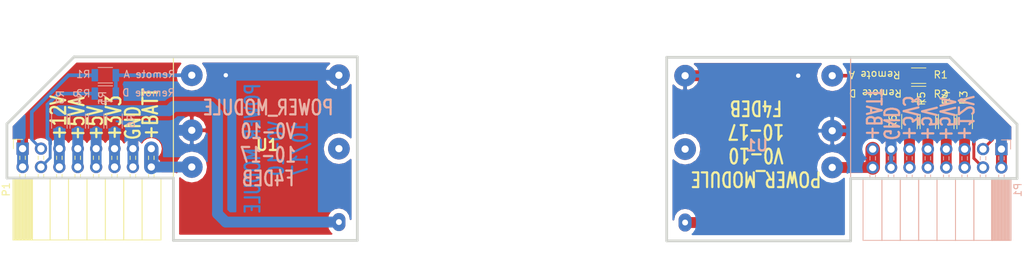
<source format=kicad_pcb>
(kicad_pcb (version 4) (host pcbnew 4.0.6)

  (general
    (links 57)
    (no_connects 11)
    (area 67.87434 74.2188 209.65716 117.321875)
    (thickness 1.6002)
    (drawings 38)
    (tracks 104)
    (zones 0)
    (modules 16)
    (nets 12)
  )

  (page A4)
  (title_block
    (title "Power Module")
    (date 2017-10-07)
    (rev "V 0.10")
    (company F4DEB)
  )

  (layers
    (0 Composant signal)
    (31 Cuivre signal)
    (32 B.Adhes user)
    (33 F.Adhes user)
    (34 B.Paste user)
    (35 F.Paste user)
    (36 B.SilkS user)
    (37 F.SilkS user)
    (38 B.Mask user)
    (39 F.Mask user)
    (40 Dwgs.User user)
    (41 Cmts.User user)
    (42 Eco1.User user)
    (43 Eco2.User user)
    (44 Edge.Cuts user)
  )

  (setup
    (last_trace_width 0.5)
    (user_trace_width 0.29972)
    (user_trace_width 0.35052)
    (user_trace_width 0.39878)
    (user_trace_width 0.5)
    (user_trace_width 1.00076)
    (user_trace_width 1.5)
    (user_trace_width 1.99898)
    (user_trace_width 2.99974)
    (trace_clearance 0.20066)
    (zone_clearance 0.6)
    (zone_45_only no)
    (trace_min 0.2032)
    (segment_width 0.381)
    (edge_width 0.381)
    (via_size 1.30048)
    (via_drill 0.59944)
    (via_min_size 0.889)
    (via_min_drill 0.508)
    (user_via 1.30048 0.59944)
    (uvia_size 0.508)
    (uvia_drill 0.127)
    (uvias_allowed no)
    (uvia_min_size 0.508)
    (uvia_min_drill 0.127)
    (pcb_text_width 0.3048)
    (pcb_text_size 1.524 2.032)
    (mod_edge_width 0.381)
    (mod_text_size 1.524 1.524)
    (mod_text_width 0.3048)
    (pad_size 3 3)
    (pad_drill 1)
    (pad_to_mask_clearance 0.254)
    (aux_axis_origin 0 0)
    (visible_elements 7FFEFFFF)
    (pcbplotparams
      (layerselection 0x01110_00000001)
      (usegerberextensions false)
      (excludeedgelayer true)
      (linewidth 0.150000)
      (plotframeref true)
      (viasonmask false)
      (mode 1)
      (useauxorigin false)
      (hpglpennumber 1)
      (hpglpenspeed 20)
      (hpglpendiameter 15)
      (hpglpenoverlay 0)
      (psnegative false)
      (psa4output false)
      (plotreference true)
      (plotvalue true)
      (plotinvisibletext false)
      (padsonsilk false)
      (subtractmaskfromsilk false)
      (outputformat 5)
      (mirror false)
      (drillshape 2)
      (scaleselection 1)
      (outputdirectory ""))
  )

  (net 0 "")
  (net 1 GND)
  (net 2 +3V3)
  (net 3 +5VA)
  (net 4 +BATT)
  (net 5 +12V)
  (net 6 +5V)
  (net 7 "Net-(U1-Pad4)")
  (net 8 /RA)
  (net 9 "Net-(R1-Pad2)")
  (net 10 /RD)
  (net 11 "Net-(R3-Pad2)")

  (net_class Default "Ceci est la Netclass par défaut"
    (clearance 0.20066)
    (trace_width 0.2032)
    (via_dia 1.30048)
    (via_drill 0.59944)
    (uvia_dia 0.508)
    (uvia_drill 0.127)
    (add_net +12V)
    (add_net +3V3)
    (add_net +5V)
    (add_net +5VA)
    (add_net +BATT)
    (add_net /RA)
    (add_net /RD)
    (add_net GND)
    (add_net "Net-(R1-Pad2)")
    (add_net "Net-(R3-Pad2)")
    (add_net "Net-(U1-Pad4)")
  )

  (module Socket_Strips:Socket_Strip_Angled_2x08_Pitch2.54mm (layer Cuivre) (tedit 58CD5449) (tstamp 59D93B3C)
    (at 206.3115 94.0435 90)
    (descr "Through hole angled socket strip, 2x08, 2.54mm pitch, 8.51mm socket length, double rows")
    (tags "Through hole angled socket strip THT 2x08 2.54mm double row")
    (path /59C9573E)
    (fp_text reference P1 (at -5.65 2.27 90) (layer B.SilkS)
      (effects (font (size 1 1) (thickness 0.15)) (justify mirror))
    )
    (fp_text value CONN_8X2 (at -5.65 -20.05 90) (layer B.Fab)
      (effects (font (size 1 1) (thickness 0.15)) (justify mirror))
    )
    (fp_line (start -4.06 1.27) (end -4.06 -1.27) (layer B.Fab) (width 0.1))
    (fp_line (start -4.06 -1.27) (end -12.57 -1.27) (layer B.Fab) (width 0.1))
    (fp_line (start -12.57 -1.27) (end -12.57 1.27) (layer B.Fab) (width 0.1))
    (fp_line (start -12.57 1.27) (end -4.06 1.27) (layer B.Fab) (width 0.1))
    (fp_line (start 0 0.32) (end 0 -0.32) (layer B.Fab) (width 0.1))
    (fp_line (start 0 -0.32) (end -4.06 -0.32) (layer B.Fab) (width 0.1))
    (fp_line (start -4.06 -0.32) (end -4.06 0.32) (layer B.Fab) (width 0.1))
    (fp_line (start -4.06 0.32) (end 0 0.32) (layer B.Fab) (width 0.1))
    (fp_line (start -4.06 -1.27) (end -4.06 -3.81) (layer B.Fab) (width 0.1))
    (fp_line (start -4.06 -3.81) (end -12.57 -3.81) (layer B.Fab) (width 0.1))
    (fp_line (start -12.57 -3.81) (end -12.57 -1.27) (layer B.Fab) (width 0.1))
    (fp_line (start -12.57 -1.27) (end -4.06 -1.27) (layer B.Fab) (width 0.1))
    (fp_line (start 0 -2.22) (end 0 -2.86) (layer B.Fab) (width 0.1))
    (fp_line (start 0 -2.86) (end -4.06 -2.86) (layer B.Fab) (width 0.1))
    (fp_line (start -4.06 -2.86) (end -4.06 -2.22) (layer B.Fab) (width 0.1))
    (fp_line (start -4.06 -2.22) (end 0 -2.22) (layer B.Fab) (width 0.1))
    (fp_line (start -4.06 -3.81) (end -4.06 -6.35) (layer B.Fab) (width 0.1))
    (fp_line (start -4.06 -6.35) (end -12.57 -6.35) (layer B.Fab) (width 0.1))
    (fp_line (start -12.57 -6.35) (end -12.57 -3.81) (layer B.Fab) (width 0.1))
    (fp_line (start -12.57 -3.81) (end -4.06 -3.81) (layer B.Fab) (width 0.1))
    (fp_line (start 0 -4.76) (end 0 -5.4) (layer B.Fab) (width 0.1))
    (fp_line (start 0 -5.4) (end -4.06 -5.4) (layer B.Fab) (width 0.1))
    (fp_line (start -4.06 -5.4) (end -4.06 -4.76) (layer B.Fab) (width 0.1))
    (fp_line (start -4.06 -4.76) (end 0 -4.76) (layer B.Fab) (width 0.1))
    (fp_line (start -4.06 -6.35) (end -4.06 -8.89) (layer B.Fab) (width 0.1))
    (fp_line (start -4.06 -8.89) (end -12.57 -8.89) (layer B.Fab) (width 0.1))
    (fp_line (start -12.57 -8.89) (end -12.57 -6.35) (layer B.Fab) (width 0.1))
    (fp_line (start -12.57 -6.35) (end -4.06 -6.35) (layer B.Fab) (width 0.1))
    (fp_line (start 0 -7.3) (end 0 -7.94) (layer B.Fab) (width 0.1))
    (fp_line (start 0 -7.94) (end -4.06 -7.94) (layer B.Fab) (width 0.1))
    (fp_line (start -4.06 -7.94) (end -4.06 -7.3) (layer B.Fab) (width 0.1))
    (fp_line (start -4.06 -7.3) (end 0 -7.3) (layer B.Fab) (width 0.1))
    (fp_line (start -4.06 -8.89) (end -4.06 -11.43) (layer B.Fab) (width 0.1))
    (fp_line (start -4.06 -11.43) (end -12.57 -11.43) (layer B.Fab) (width 0.1))
    (fp_line (start -12.57 -11.43) (end -12.57 -8.89) (layer B.Fab) (width 0.1))
    (fp_line (start -12.57 -8.89) (end -4.06 -8.89) (layer B.Fab) (width 0.1))
    (fp_line (start 0 -9.84) (end 0 -10.48) (layer B.Fab) (width 0.1))
    (fp_line (start 0 -10.48) (end -4.06 -10.48) (layer B.Fab) (width 0.1))
    (fp_line (start -4.06 -10.48) (end -4.06 -9.84) (layer B.Fab) (width 0.1))
    (fp_line (start -4.06 -9.84) (end 0 -9.84) (layer B.Fab) (width 0.1))
    (fp_line (start -4.06 -11.43) (end -4.06 -13.97) (layer B.Fab) (width 0.1))
    (fp_line (start -4.06 -13.97) (end -12.57 -13.97) (layer B.Fab) (width 0.1))
    (fp_line (start -12.57 -13.97) (end -12.57 -11.43) (layer B.Fab) (width 0.1))
    (fp_line (start -12.57 -11.43) (end -4.06 -11.43) (layer B.Fab) (width 0.1))
    (fp_line (start 0 -12.38) (end 0 -13.02) (layer B.Fab) (width 0.1))
    (fp_line (start 0 -13.02) (end -4.06 -13.02) (layer B.Fab) (width 0.1))
    (fp_line (start -4.06 -13.02) (end -4.06 -12.38) (layer B.Fab) (width 0.1))
    (fp_line (start -4.06 -12.38) (end 0 -12.38) (layer B.Fab) (width 0.1))
    (fp_line (start -4.06 -13.97) (end -4.06 -16.51) (layer B.Fab) (width 0.1))
    (fp_line (start -4.06 -16.51) (end -12.57 -16.51) (layer B.Fab) (width 0.1))
    (fp_line (start -12.57 -16.51) (end -12.57 -13.97) (layer B.Fab) (width 0.1))
    (fp_line (start -12.57 -13.97) (end -4.06 -13.97) (layer B.Fab) (width 0.1))
    (fp_line (start 0 -14.92) (end 0 -15.56) (layer B.Fab) (width 0.1))
    (fp_line (start 0 -15.56) (end -4.06 -15.56) (layer B.Fab) (width 0.1))
    (fp_line (start -4.06 -15.56) (end -4.06 -14.92) (layer B.Fab) (width 0.1))
    (fp_line (start -4.06 -14.92) (end 0 -14.92) (layer B.Fab) (width 0.1))
    (fp_line (start -4.06 -16.51) (end -4.06 -19.05) (layer B.Fab) (width 0.1))
    (fp_line (start -4.06 -19.05) (end -12.57 -19.05) (layer B.Fab) (width 0.1))
    (fp_line (start -12.57 -19.05) (end -12.57 -16.51) (layer B.Fab) (width 0.1))
    (fp_line (start -12.57 -16.51) (end -4.06 -16.51) (layer B.Fab) (width 0.1))
    (fp_line (start 0 -17.46) (end 0 -18.1) (layer B.Fab) (width 0.1))
    (fp_line (start 0 -18.1) (end -4.06 -18.1) (layer B.Fab) (width 0.1))
    (fp_line (start -4.06 -18.1) (end -4.06 -17.46) (layer B.Fab) (width 0.1))
    (fp_line (start -4.06 -17.46) (end 0 -17.46) (layer B.Fab) (width 0.1))
    (fp_line (start -4 1.33) (end -4 -1.27) (layer B.SilkS) (width 0.12))
    (fp_line (start -4 -1.27) (end -12.63 -1.27) (layer B.SilkS) (width 0.12))
    (fp_line (start -12.63 -1.27) (end -12.63 1.33) (layer B.SilkS) (width 0.12))
    (fp_line (start -12.63 1.33) (end -4 1.33) (layer B.SilkS) (width 0.12))
    (fp_line (start -3.57 0.38) (end -4 0.38) (layer B.SilkS) (width 0.12))
    (fp_line (start -3.57 -0.38) (end -4 -0.38) (layer B.SilkS) (width 0.12))
    (fp_line (start -1.03 0.38) (end -1.51 0.38) (layer B.SilkS) (width 0.12))
    (fp_line (start -1.03 -0.38) (end -1.51 -0.38) (layer B.SilkS) (width 0.12))
    (fp_line (start -4 1.15) (end -12.63 1.15) (layer B.SilkS) (width 0.12))
    (fp_line (start -4 1.03) (end -12.63 1.03) (layer B.SilkS) (width 0.12))
    (fp_line (start -4 0.91) (end -12.63 0.91) (layer B.SilkS) (width 0.12))
    (fp_line (start -4 0.79) (end -12.63 0.79) (layer B.SilkS) (width 0.12))
    (fp_line (start -4 0.67) (end -12.63 0.67) (layer B.SilkS) (width 0.12))
    (fp_line (start -4 0.55) (end -12.63 0.55) (layer B.SilkS) (width 0.12))
    (fp_line (start -4 0.43) (end -12.63 0.43) (layer B.SilkS) (width 0.12))
    (fp_line (start -4 0.31) (end -12.63 0.31) (layer B.SilkS) (width 0.12))
    (fp_line (start -4 0.19) (end -12.63 0.19) (layer B.SilkS) (width 0.12))
    (fp_line (start -4 0.07) (end -12.63 0.07) (layer B.SilkS) (width 0.12))
    (fp_line (start -4 -0.05) (end -12.63 -0.05) (layer B.SilkS) (width 0.12))
    (fp_line (start -4 -0.17) (end -12.63 -0.17) (layer B.SilkS) (width 0.12))
    (fp_line (start -4 -0.29) (end -12.63 -0.29) (layer B.SilkS) (width 0.12))
    (fp_line (start -4 -0.41) (end -12.63 -0.41) (layer B.SilkS) (width 0.12))
    (fp_line (start -4 -0.53) (end -12.63 -0.53) (layer B.SilkS) (width 0.12))
    (fp_line (start -4 -0.65) (end -12.63 -0.65) (layer B.SilkS) (width 0.12))
    (fp_line (start -4 -0.77) (end -12.63 -0.77) (layer B.SilkS) (width 0.12))
    (fp_line (start -4 -0.89) (end -12.63 -0.89) (layer B.SilkS) (width 0.12))
    (fp_line (start -4 -1.01) (end -12.63 -1.01) (layer B.SilkS) (width 0.12))
    (fp_line (start -4 -1.13) (end -12.63 -1.13) (layer B.SilkS) (width 0.12))
    (fp_line (start -4 -1.25) (end -12.63 -1.25) (layer B.SilkS) (width 0.12))
    (fp_line (start -4 -1.37) (end -12.63 -1.37) (layer B.SilkS) (width 0.12))
    (fp_line (start -4 -1.27) (end -4 -3.81) (layer B.SilkS) (width 0.12))
    (fp_line (start -4 -3.81) (end -12.63 -3.81) (layer B.SilkS) (width 0.12))
    (fp_line (start -12.63 -3.81) (end -12.63 -1.27) (layer B.SilkS) (width 0.12))
    (fp_line (start -12.63 -1.27) (end -4 -1.27) (layer B.SilkS) (width 0.12))
    (fp_line (start -3.57 -2.16) (end -4 -2.16) (layer B.SilkS) (width 0.12))
    (fp_line (start -3.57 -2.92) (end -4 -2.92) (layer B.SilkS) (width 0.12))
    (fp_line (start -1.03 -2.16) (end -1.51 -2.16) (layer B.SilkS) (width 0.12))
    (fp_line (start -1.03 -2.92) (end -1.51 -2.92) (layer B.SilkS) (width 0.12))
    (fp_line (start -4 -3.81) (end -4 -6.35) (layer B.SilkS) (width 0.12))
    (fp_line (start -4 -6.35) (end -12.63 -6.35) (layer B.SilkS) (width 0.12))
    (fp_line (start -12.63 -6.35) (end -12.63 -3.81) (layer B.SilkS) (width 0.12))
    (fp_line (start -12.63 -3.81) (end -4 -3.81) (layer B.SilkS) (width 0.12))
    (fp_line (start -3.57 -4.7) (end -4 -4.7) (layer B.SilkS) (width 0.12))
    (fp_line (start -3.57 -5.46) (end -4 -5.46) (layer B.SilkS) (width 0.12))
    (fp_line (start -1.03 -4.7) (end -1.51 -4.7) (layer B.SilkS) (width 0.12))
    (fp_line (start -1.03 -5.46) (end -1.51 -5.46) (layer B.SilkS) (width 0.12))
    (fp_line (start -4 -6.35) (end -4 -8.89) (layer B.SilkS) (width 0.12))
    (fp_line (start -4 -8.89) (end -12.63 -8.89) (layer B.SilkS) (width 0.12))
    (fp_line (start -12.63 -8.89) (end -12.63 -6.35) (layer B.SilkS) (width 0.12))
    (fp_line (start -12.63 -6.35) (end -4 -6.35) (layer B.SilkS) (width 0.12))
    (fp_line (start -3.57 -7.24) (end -4 -7.24) (layer B.SilkS) (width 0.12))
    (fp_line (start -3.57 -8) (end -4 -8) (layer B.SilkS) (width 0.12))
    (fp_line (start -1.03 -7.24) (end -1.51 -7.24) (layer B.SilkS) (width 0.12))
    (fp_line (start -1.03 -8) (end -1.51 -8) (layer B.SilkS) (width 0.12))
    (fp_line (start -4 -8.89) (end -4 -11.43) (layer B.SilkS) (width 0.12))
    (fp_line (start -4 -11.43) (end -12.63 -11.43) (layer B.SilkS) (width 0.12))
    (fp_line (start -12.63 -11.43) (end -12.63 -8.89) (layer B.SilkS) (width 0.12))
    (fp_line (start -12.63 -8.89) (end -4 -8.89) (layer B.SilkS) (width 0.12))
    (fp_line (start -3.57 -9.78) (end -4 -9.78) (layer B.SilkS) (width 0.12))
    (fp_line (start -3.57 -10.54) (end -4 -10.54) (layer B.SilkS) (width 0.12))
    (fp_line (start -1.03 -9.78) (end -1.51 -9.78) (layer B.SilkS) (width 0.12))
    (fp_line (start -1.03 -10.54) (end -1.51 -10.54) (layer B.SilkS) (width 0.12))
    (fp_line (start -4 -11.43) (end -4 -13.97) (layer B.SilkS) (width 0.12))
    (fp_line (start -4 -13.97) (end -12.63 -13.97) (layer B.SilkS) (width 0.12))
    (fp_line (start -12.63 -13.97) (end -12.63 -11.43) (layer B.SilkS) (width 0.12))
    (fp_line (start -12.63 -11.43) (end -4 -11.43) (layer B.SilkS) (width 0.12))
    (fp_line (start -3.57 -12.32) (end -4 -12.32) (layer B.SilkS) (width 0.12))
    (fp_line (start -3.57 -13.08) (end -4 -13.08) (layer B.SilkS) (width 0.12))
    (fp_line (start -1.03 -12.32) (end -1.51 -12.32) (layer B.SilkS) (width 0.12))
    (fp_line (start -1.03 -13.08) (end -1.51 -13.08) (layer B.SilkS) (width 0.12))
    (fp_line (start -4 -13.97) (end -4 -16.51) (layer B.SilkS) (width 0.12))
    (fp_line (start -4 -16.51) (end -12.63 -16.51) (layer B.SilkS) (width 0.12))
    (fp_line (start -12.63 -16.51) (end -12.63 -13.97) (layer B.SilkS) (width 0.12))
    (fp_line (start -12.63 -13.97) (end -4 -13.97) (layer B.SilkS) (width 0.12))
    (fp_line (start -3.57 -14.86) (end -4 -14.86) (layer B.SilkS) (width 0.12))
    (fp_line (start -3.57 -15.62) (end -4 -15.62) (layer B.SilkS) (width 0.12))
    (fp_line (start -1.03 -14.86) (end -1.51 -14.86) (layer B.SilkS) (width 0.12))
    (fp_line (start -1.03 -15.62) (end -1.51 -15.62) (layer B.SilkS) (width 0.12))
    (fp_line (start -4 -16.51) (end -4 -19.11) (layer B.SilkS) (width 0.12))
    (fp_line (start -4 -19.11) (end -12.63 -19.11) (layer B.SilkS) (width 0.12))
    (fp_line (start -12.63 -19.11) (end -12.63 -16.51) (layer B.SilkS) (width 0.12))
    (fp_line (start -12.63 -16.51) (end -4 -16.51) (layer B.SilkS) (width 0.12))
    (fp_line (start -3.57 -17.4) (end -4 -17.4) (layer B.SilkS) (width 0.12))
    (fp_line (start -3.57 -18.16) (end -4 -18.16) (layer B.SilkS) (width 0.12))
    (fp_line (start -1.03 -17.4) (end -1.51 -17.4) (layer B.SilkS) (width 0.12))
    (fp_line (start -1.03 -18.16) (end -1.51 -18.16) (layer B.SilkS) (width 0.12))
    (fp_line (start 0 1.27) (end 1.27 1.27) (layer B.SilkS) (width 0.12))
    (fp_line (start 1.27 1.27) (end 1.27 0) (layer B.SilkS) (width 0.12))
    (fp_line (start 1.8 1.8) (end 1.8 -19.55) (layer B.CrtYd) (width 0.05))
    (fp_line (start 1.8 -19.55) (end -13.1 -19.55) (layer B.CrtYd) (width 0.05))
    (fp_line (start -13.1 -19.55) (end -13.1 1.8) (layer B.CrtYd) (width 0.05))
    (fp_line (start -13.1 1.8) (end 1.8 1.8) (layer B.CrtYd) (width 0.05))
    (fp_text user %R (at -5.65 2.27 90) (layer B.Fab)
      (effects (font (size 1 1) (thickness 0.15)) (justify mirror))
    )
    (pad 1 thru_hole rect (at 0 0 90) (size 1.7 1.7) (drill 1) (layers *.Cu *.Mask)
      (net 1 GND))
    (pad 2 thru_hole oval (at -2.54 0 90) (size 1.7 1.7) (drill 1) (layers *.Cu *.Mask)
      (net 1 GND))
    (pad 3 thru_hole oval (at 0 -2.54 90) (size 1.7 1.7) (drill 1) (layers *.Cu *.Mask)
      (net 8 /RA))
    (pad 4 thru_hole oval (at -2.54 -2.54 90) (size 1.7 1.7) (drill 1) (layers *.Cu *.Mask)
      (net 10 /RD))
    (pad 5 thru_hole oval (at 0 -5.08 90) (size 1.7 1.7) (drill 1) (layers *.Cu *.Mask)
      (net 5 +12V))
    (pad 6 thru_hole oval (at -2.54 -5.08 90) (size 1.7 1.7) (drill 1) (layers *.Cu *.Mask)
      (net 5 +12V))
    (pad 7 thru_hole oval (at 0 -7.62 90) (size 1.7 1.7) (drill 1) (layers *.Cu *.Mask)
      (net 3 +5VA))
    (pad 8 thru_hole oval (at -2.54 -7.62 90) (size 1.7 1.7) (drill 1) (layers *.Cu *.Mask)
      (net 3 +5VA))
    (pad 9 thru_hole oval (at 0 -10.16 90) (size 1.7 1.7) (drill 1) (layers *.Cu *.Mask)
      (net 6 +5V))
    (pad 10 thru_hole oval (at -2.54 -10.16 90) (size 1.7 1.7) (drill 1) (layers *.Cu *.Mask)
      (net 6 +5V))
    (pad 11 thru_hole oval (at 0 -12.7 90) (size 1.7 1.7) (drill 1) (layers *.Cu *.Mask)
      (net 2 +3V3))
    (pad 12 thru_hole oval (at -2.54 -12.7 90) (size 1.7 1.7) (drill 1) (layers *.Cu *.Mask)
      (net 2 +3V3))
    (pad 13 thru_hole oval (at 0 -15.24 90) (size 1.7 1.7) (drill 1) (layers *.Cu *.Mask)
      (net 1 GND))
    (pad 14 thru_hole oval (at -2.54 -15.24 90) (size 1.7 1.7) (drill 1) (layers *.Cu *.Mask)
      (net 1 GND))
    (pad 15 thru_hole oval (at 0 -17.78 90) (size 1.7 1.7) (drill 1) (layers *.Cu *.Mask)
      (net 4 +BATT))
    (pad 16 thru_hole oval (at -2.54 -17.78 90) (size 1.7 1.7) (drill 1) (layers *.Cu *.Mask)
      (net 4 +BATT))
    (model ${KISYS3DMOD}/Socket_Strips.3dshapes/Socket_Strip_Angled_2x08_Pitch2.54mm.wrl
      (at (xyz -0.05 -0.35 0))
      (scale (xyz 1 1 1))
      (rotate (xyz 0 0 270))
    )
  )

  (module Resistors_SMD:R_1206 (layer Composant) (tedit 59D9349A) (tstamp 59D93B2C)
    (at 193.6115 90.2335 90)
    (descr "Resistor SMD 1206, reflow soldering, Vishay (see dcrcw.pdf)")
    (tags "resistor 1206")
    (path /59C95ADD)
    (attr smd)
    (fp_text reference R6 (at 0 -2.286 90) (layer F.SilkS)
      (effects (font (size 1 1) (thickness 0.15)))
    )
    (fp_text value 0 (at 0 1.95 90) (layer F.Fab)
      (effects (font (size 1 1) (thickness 0.15)))
    )
    (fp_text user %R (at 0 0 90) (layer F.Fab)
      (effects (font (size 0.7 0.7) (thickness 0.105)))
    )
    (fp_line (start -1.6 0.8) (end -1.6 -0.8) (layer F.Fab) (width 0.1))
    (fp_line (start 1.6 0.8) (end -1.6 0.8) (layer F.Fab) (width 0.1))
    (fp_line (start 1.6 -0.8) (end 1.6 0.8) (layer F.Fab) (width 0.1))
    (fp_line (start -1.6 -0.8) (end 1.6 -0.8) (layer F.Fab) (width 0.1))
    (fp_line (start 1 1.07) (end -1 1.07) (layer F.SilkS) (width 0.12))
    (fp_line (start -1 -1.07) (end 1 -1.07) (layer F.SilkS) (width 0.12))
    (fp_line (start -2.15 -1.11) (end 2.15 -1.11) (layer F.CrtYd) (width 0.05))
    (fp_line (start -2.15 -1.11) (end -2.15 1.1) (layer F.CrtYd) (width 0.05))
    (fp_line (start 2.15 1.1) (end 2.15 -1.11) (layer F.CrtYd) (width 0.05))
    (fp_line (start 2.15 1.1) (end -2.15 1.1) (layer F.CrtYd) (width 0.05))
    (pad 1 smd rect (at -1.45 0 90) (size 0.9 1.7) (layers Composant F.Paste F.Mask)
      (net 2 +3V3))
    (pad 2 smd rect (at 1.45 0 90) (size 0.9 1.7) (layers Composant F.Paste F.Mask)
      (net 11 "Net-(R3-Pad2)"))
    (model ${KISYS3DMOD}/Resistors_SMD.3dshapes/R_1206.wrl
      (at (xyz 0 0 0))
      (scale (xyz 1 1 1))
      (rotate (xyz 0 0 0))
    )
  )

  (module Resistors_SMD:R_1206 (layer Composant) (tedit 59D934A0) (tstamp 59D93B1C)
    (at 196.1515 90.2335 90)
    (descr "Resistor SMD 1206, reflow soldering, Vishay (see dcrcw.pdf)")
    (tags "resistor 1206")
    (path /59C95ABA)
    (attr smd)
    (fp_text reference R5 (at 3.175 -0.889 90) (layer F.SilkS)
      (effects (font (size 1 1) (thickness 0.15)))
    )
    (fp_text value 0 (at 0 1.95 90) (layer F.Fab)
      (effects (font (size 1 1) (thickness 0.15)))
    )
    (fp_text user %R (at 0 0 90) (layer F.Fab)
      (effects (font (size 0.7 0.7) (thickness 0.105)))
    )
    (fp_line (start -1.6 0.8) (end -1.6 -0.8) (layer F.Fab) (width 0.1))
    (fp_line (start 1.6 0.8) (end -1.6 0.8) (layer F.Fab) (width 0.1))
    (fp_line (start 1.6 -0.8) (end 1.6 0.8) (layer F.Fab) (width 0.1))
    (fp_line (start -1.6 -0.8) (end 1.6 -0.8) (layer F.Fab) (width 0.1))
    (fp_line (start 1 1.07) (end -1 1.07) (layer F.SilkS) (width 0.12))
    (fp_line (start -1 -1.07) (end 1 -1.07) (layer F.SilkS) (width 0.12))
    (fp_line (start -2.15 -1.11) (end 2.15 -1.11) (layer F.CrtYd) (width 0.05))
    (fp_line (start -2.15 -1.11) (end -2.15 1.1) (layer F.CrtYd) (width 0.05))
    (fp_line (start 2.15 1.1) (end 2.15 -1.11) (layer F.CrtYd) (width 0.05))
    (fp_line (start 2.15 1.1) (end -2.15 1.1) (layer F.CrtYd) (width 0.05))
    (pad 1 smd rect (at -1.45 0 90) (size 0.9 1.7) (layers Composant F.Paste F.Mask)
      (net 6 +5V))
    (pad 2 smd rect (at 1.45 0 90) (size 0.9 1.7) (layers Composant F.Paste F.Mask)
      (net 11 "Net-(R3-Pad2)"))
    (model ${KISYS3DMOD}/Resistors_SMD.3dshapes/R_1206.wrl
      (at (xyz 0 0 0))
      (scale (xyz 1 1 1))
      (rotate (xyz 0 0 0))
    )
  )

  (module Resistors_SMD:R_1206 (layer Composant) (tedit 59C95521) (tstamp 59D93B0C)
    (at 198.6915 90.2335 90)
    (descr "Resistor SMD 1206, reflow soldering, Vishay (see dcrcw.pdf)")
    (tags "resistor 1206")
    (path /59C95A65)
    (attr smd)
    (fp_text reference R4 (at 3.302 0 90) (layer F.SilkS)
      (effects (font (size 1 1) (thickness 0.15)))
    )
    (fp_text value 0 (at 0 1.95 90) (layer F.Fab)
      (effects (font (size 1 1) (thickness 0.15)))
    )
    (fp_text user %R (at 0 0 90) (layer F.Fab)
      (effects (font (size 0.7 0.7) (thickness 0.105)))
    )
    (fp_line (start -1.6 0.8) (end -1.6 -0.8) (layer F.Fab) (width 0.1))
    (fp_line (start 1.6 0.8) (end -1.6 0.8) (layer F.Fab) (width 0.1))
    (fp_line (start 1.6 -0.8) (end 1.6 0.8) (layer F.Fab) (width 0.1))
    (fp_line (start -1.6 -0.8) (end 1.6 -0.8) (layer F.Fab) (width 0.1))
    (fp_line (start 1 1.07) (end -1 1.07) (layer F.SilkS) (width 0.12))
    (fp_line (start -1 -1.07) (end 1 -1.07) (layer F.SilkS) (width 0.12))
    (fp_line (start -2.15 -1.11) (end 2.15 -1.11) (layer F.CrtYd) (width 0.05))
    (fp_line (start -2.15 -1.11) (end -2.15 1.1) (layer F.CrtYd) (width 0.05))
    (fp_line (start 2.15 1.1) (end 2.15 -1.11) (layer F.CrtYd) (width 0.05))
    (fp_line (start 2.15 1.1) (end -2.15 1.1) (layer F.CrtYd) (width 0.05))
    (pad 1 smd rect (at -1.45 0 90) (size 0.9 1.7) (layers Composant F.Paste F.Mask)
      (net 3 +5VA))
    (pad 2 smd rect (at 1.45 0 90) (size 0.9 1.7) (layers Composant F.Paste F.Mask)
      (net 11 "Net-(R3-Pad2)"))
    (model ${KISYS3DMOD}/Resistors_SMD.3dshapes/R_1206.wrl
      (at (xyz 0 0 0))
      (scale (xyz 1 1 1))
      (rotate (xyz 0 0 0))
    )
  )

  (module Resistors_SMD:R_1206 (layer Composant) (tedit 59D931AC) (tstamp 59D93AFC)
    (at 201.2315 90.2335 90)
    (descr "Resistor SMD 1206, reflow soldering, Vishay (see dcrcw.pdf)")
    (tags "resistor 1206")
    (path /59C95904)
    (attr smd)
    (fp_text reference R3 (at 3.302 -0.127 270) (layer F.SilkS)
      (effects (font (size 1 1) (thickness 0.15)))
    )
    (fp_text value 0 (at 0 1.95 90) (layer F.Fab)
      (effects (font (size 1 1) (thickness 0.15)))
    )
    (fp_text user %R (at 0 0 90) (layer F.Fab)
      (effects (font (size 0.7 0.7) (thickness 0.105)))
    )
    (fp_line (start -1.6 0.8) (end -1.6 -0.8) (layer F.Fab) (width 0.1))
    (fp_line (start 1.6 0.8) (end -1.6 0.8) (layer F.Fab) (width 0.1))
    (fp_line (start 1.6 -0.8) (end 1.6 0.8) (layer F.Fab) (width 0.1))
    (fp_line (start -1.6 -0.8) (end 1.6 -0.8) (layer F.Fab) (width 0.1))
    (fp_line (start 1 1.07) (end -1 1.07) (layer F.SilkS) (width 0.12))
    (fp_line (start -1 -1.07) (end 1 -1.07) (layer F.SilkS) (width 0.12))
    (fp_line (start -2.15 -1.11) (end 2.15 -1.11) (layer F.CrtYd) (width 0.05))
    (fp_line (start -2.15 -1.11) (end -2.15 1.1) (layer F.CrtYd) (width 0.05))
    (fp_line (start 2.15 1.1) (end 2.15 -1.11) (layer F.CrtYd) (width 0.05))
    (fp_line (start 2.15 1.1) (end -2.15 1.1) (layer F.CrtYd) (width 0.05))
    (pad 1 smd rect (at -1.45 0 90) (size 0.9 1.7) (layers Composant F.Paste F.Mask)
      (net 5 +12V))
    (pad 2 smd rect (at 1.45 0 90) (size 0.9 1.7) (layers Composant F.Paste F.Mask)
      (net 11 "Net-(R3-Pad2)"))
    (model ${KISYS3DMOD}/Resistors_SMD.3dshapes/R_1206.wrl
      (at (xyz 0 0 0))
      (scale (xyz 1 1 1))
      (rotate (xyz 0 0 0))
    )
  )

  (module Resistors_SMD:R_1206 (layer Composant) (tedit 59D93184) (tstamp 59D93AEC)
    (at 194.8815 86.4235 180)
    (descr "Resistor SMD 1206, reflow soldering, Vishay (see dcrcw.pdf)")
    (tags "resistor 1206")
    (path /59C95DA0)
    (attr smd)
    (fp_text reference R2 (at -3.048 0 360) (layer F.SilkS)
      (effects (font (size 1 1) (thickness 0.15)))
    )
    (fp_text value 0 (at 0 1.95 180) (layer F.Fab)
      (effects (font (size 1 1) (thickness 0.15)))
    )
    (fp_text user %R (at 0 0 180) (layer F.Fab)
      (effects (font (size 0.7 0.7) (thickness 0.105)))
    )
    (fp_line (start -1.6 0.8) (end -1.6 -0.8) (layer F.Fab) (width 0.1))
    (fp_line (start 1.6 0.8) (end -1.6 0.8) (layer F.Fab) (width 0.1))
    (fp_line (start 1.6 -0.8) (end 1.6 0.8) (layer F.Fab) (width 0.1))
    (fp_line (start -1.6 -0.8) (end 1.6 -0.8) (layer F.Fab) (width 0.1))
    (fp_line (start 1 1.07) (end -1 1.07) (layer F.SilkS) (width 0.12))
    (fp_line (start -1 -1.07) (end 1 -1.07) (layer F.SilkS) (width 0.12))
    (fp_line (start -2.15 -1.11) (end 2.15 -1.11) (layer F.CrtYd) (width 0.05))
    (fp_line (start -2.15 -1.11) (end -2.15 1.1) (layer F.CrtYd) (width 0.05))
    (fp_line (start 2.15 1.1) (end 2.15 -1.11) (layer F.CrtYd) (width 0.05))
    (fp_line (start 2.15 1.1) (end -2.15 1.1) (layer F.CrtYd) (width 0.05))
    (pad 1 smd rect (at -1.45 0 180) (size 0.9 1.7) (layers Composant F.Paste F.Mask)
      (net 10 /RD))
    (pad 2 smd rect (at 1.45 0 180) (size 0.9 1.7) (layers Composant F.Paste F.Mask)
      (net 9 "Net-(R1-Pad2)"))
    (model ${KISYS3DMOD}/Resistors_SMD.3dshapes/R_1206.wrl
      (at (xyz 0 0 0))
      (scale (xyz 1 1 1))
      (rotate (xyz 0 0 0))
    )
  )

  (module Resistors_SMD:R_1206 (layer Composant) (tedit 59D9318F) (tstamp 59D93ADC)
    (at 194.8815 83.8835 180)
    (descr "Resistor SMD 1206, reflow soldering, Vishay (see dcrcw.pdf)")
    (tags "resistor 1206")
    (path /59C95D33)
    (attr smd)
    (fp_text reference R1 (at -3.048 0.127 360) (layer F.SilkS)
      (effects (font (size 1 1) (thickness 0.15)))
    )
    (fp_text value 0 (at 0 1.95 180) (layer F.Fab)
      (effects (font (size 1 1) (thickness 0.15)))
    )
    (fp_text user %R (at 0 0 180) (layer F.Fab)
      (effects (font (size 0.7 0.7) (thickness 0.105)))
    )
    (fp_line (start -1.6 0.8) (end -1.6 -0.8) (layer F.Fab) (width 0.1))
    (fp_line (start 1.6 0.8) (end -1.6 0.8) (layer F.Fab) (width 0.1))
    (fp_line (start 1.6 -0.8) (end 1.6 0.8) (layer F.Fab) (width 0.1))
    (fp_line (start -1.6 -0.8) (end 1.6 -0.8) (layer F.Fab) (width 0.1))
    (fp_line (start 1 1.07) (end -1 1.07) (layer F.SilkS) (width 0.12))
    (fp_line (start -1 -1.07) (end 1 -1.07) (layer F.SilkS) (width 0.12))
    (fp_line (start -2.15 -1.11) (end 2.15 -1.11) (layer F.CrtYd) (width 0.05))
    (fp_line (start -2.15 -1.11) (end -2.15 1.1) (layer F.CrtYd) (width 0.05))
    (fp_line (start 2.15 1.1) (end 2.15 -1.11) (layer F.CrtYd) (width 0.05))
    (fp_line (start 2.15 1.1) (end -2.15 1.1) (layer F.CrtYd) (width 0.05))
    (pad 1 smd rect (at -1.45 0 180) (size 0.9 1.7) (layers Composant F.Paste F.Mask)
      (net 8 /RA))
    (pad 2 smd rect (at 1.45 0 180) (size 0.9 1.7) (layers Composant F.Paste F.Mask)
      (net 9 "Net-(R1-Pad2)"))
    (model ${KISYS3DMOD}/Resistors_SMD.3dshapes/R_1206.wrl
      (at (xyz 0 0 0))
      (scale (xyz 1 1 1))
      (rotate (xyz 0 0 0))
    )
  )

  (module f4deb-mod-library:TRACO-THN-15-1211 (layer Cuivre) (tedit 59CD4AC4) (tstamp 59D93ACF)
    (at 182.9435 83.8835 90)
    (path /59C2FDE6)
    (fp_text reference U1 (at -9.652 -10.414 360) (layer B.SilkS)
      (effects (font (thickness 0.3048)) (justify mirror))
    )
    (fp_text value TRACO-THN-15-1211 (at -20.32 5.08 90) (layer B.SilkS) hide
      (effects (font (thickness 0.3048)) (justify mirror))
    )
    (fp_line (start -22.86 2.54) (end 2.54 2.54) (layer B.SilkS) (width 0.15))
    (fp_line (start 2.54 2.54) (end 2.54 -22.86) (layer B.SilkS) (width 0.15))
    (fp_line (start 2.54 -22.86) (end -22.86 -22.86) (layer B.SilkS) (width 0.15))
    (fp_line (start -22.86 -22.86) (end -22.86 2.54) (layer B.SilkS) (width 0.15))
    (pad 6 thru_hole oval (at 0 0 90) (size 3 3) (drill 1) (layers *.Cu)
      (net 9 "Net-(R1-Pad2)"))
    (pad 2 thru_hole oval (at -7.62 0 90) (size 3 3) (drill 1) (layers *.Cu)
      (net 1 GND))
    (pad 1 thru_hole oval (at -12.7 0 90) (size 3 3) (drill 1) (layers *.Cu)
      (net 4 +BATT))
    (pad 4 thru_hole oval (at -10.16 -20.32 90) (size 3 3) (drill 1) (layers *.Cu)
      (net 7 "Net-(U1-Pad4)"))
    (pad 5 thru_hole oval (at 0 -20.32 90) (size 3 3) (drill 1) (layers *.Cu)
      (net 1 GND))
    (pad 3 thru_hole oval (at -20.32 -20.32 90) (size 2.49936 1.80086) (drill 0.8128) (layers *.Cu)
      (net 11 "Net-(R3-Pad2)"))
    (model D:/electronique/git-f4deb/f4deb-3D-Object/TRACOPOWER-THN15.wrl
      (at (xyz 0 0 0))
      (scale (xyz 1 1 1))
      (rotate (xyz 0 0 0))
    )
  )

  (module f4deb-mod-library:TRACO-THN-15-1211 (layer Composant) (tedit 59CD4AC4) (tstamp 59C95183)
    (at 94.488 83.82 90)
    (path /59C2FDE6)
    (fp_text reference U1 (at -9.652 10.414 180) (layer F.SilkS)
      (effects (font (thickness 0.3048)))
    )
    (fp_text value TRACO-THN-15-1211 (at -20.32 -5.08 90) (layer F.SilkS) hide
      (effects (font (thickness 0.3048)))
    )
    (fp_line (start -22.86 -2.54) (end 2.54 -2.54) (layer F.SilkS) (width 0.15))
    (fp_line (start 2.54 -2.54) (end 2.54 22.86) (layer F.SilkS) (width 0.15))
    (fp_line (start 2.54 22.86) (end -22.86 22.86) (layer F.SilkS) (width 0.15))
    (fp_line (start -22.86 22.86) (end -22.86 -2.54) (layer F.SilkS) (width 0.15))
    (pad 6 thru_hole oval (at 0 0 90) (size 3 3) (drill 1) (layers *.Cu)
      (net 9 "Net-(R1-Pad2)"))
    (pad 2 thru_hole oval (at -7.62 0 90) (size 3 3) (drill 1) (layers *.Cu)
      (net 1 GND))
    (pad 1 thru_hole oval (at -12.7 0 90) (size 3 3) (drill 1) (layers *.Cu)
      (net 4 +BATT))
    (pad 4 thru_hole oval (at -10.16 20.32 90) (size 3 3) (drill 1) (layers *.Cu)
      (net 7 "Net-(U1-Pad4)"))
    (pad 5 thru_hole oval (at 0 20.32 90) (size 3 3) (drill 1) (layers *.Cu)
      (net 1 GND))
    (pad 3 thru_hole oval (at -20.32 20.32 90) (size 2.49936 1.80086) (drill 0.8128) (layers *.Cu)
      (net 11 "Net-(R3-Pad2)"))
    (model D:/electronique/git-f4deb/f4deb-3D-Object/TRACOPOWER-THN15.wrl
      (at (xyz 0 0 0))
      (scale (xyz 1 1 1))
      (rotate (xyz 0 0 0))
    )
  )

  (module Resistors_SMD:R_1206 (layer Cuivre) (tedit 59D9318F) (tstamp 59C95120)
    (at 82.55 83.82)
    (descr "Resistor SMD 1206, reflow soldering, Vishay (see dcrcw.pdf)")
    (tags "resistor 1206")
    (path /59C95D33)
    (attr smd)
    (fp_text reference R1 (at -3.048 -0.127 180) (layer B.SilkS)
      (effects (font (size 1 1) (thickness 0.15)) (justify mirror))
    )
    (fp_text value 0 (at 0 -1.95) (layer B.Fab)
      (effects (font (size 1 1) (thickness 0.15)) (justify mirror))
    )
    (fp_text user %R (at 0 0) (layer B.Fab)
      (effects (font (size 0.7 0.7) (thickness 0.105)) (justify mirror))
    )
    (fp_line (start -1.6 -0.8) (end -1.6 0.8) (layer B.Fab) (width 0.1))
    (fp_line (start 1.6 -0.8) (end -1.6 -0.8) (layer B.Fab) (width 0.1))
    (fp_line (start 1.6 0.8) (end 1.6 -0.8) (layer B.Fab) (width 0.1))
    (fp_line (start -1.6 0.8) (end 1.6 0.8) (layer B.Fab) (width 0.1))
    (fp_line (start 1 -1.07) (end -1 -1.07) (layer B.SilkS) (width 0.12))
    (fp_line (start -1 1.07) (end 1 1.07) (layer B.SilkS) (width 0.12))
    (fp_line (start -2.15 1.11) (end 2.15 1.11) (layer B.CrtYd) (width 0.05))
    (fp_line (start -2.15 1.11) (end -2.15 -1.1) (layer B.CrtYd) (width 0.05))
    (fp_line (start 2.15 -1.1) (end 2.15 1.11) (layer B.CrtYd) (width 0.05))
    (fp_line (start 2.15 -1.1) (end -2.15 -1.1) (layer B.CrtYd) (width 0.05))
    (pad 1 smd rect (at -1.45 0) (size 0.9 1.7) (layers Cuivre B.Paste B.Mask)
      (net 8 /RA))
    (pad 2 smd rect (at 1.45 0) (size 0.9 1.7) (layers Cuivre B.Paste B.Mask)
      (net 9 "Net-(R1-Pad2)"))
    (model ${KISYS3DMOD}/Resistors_SMD.3dshapes/R_1206.wrl
      (at (xyz 0 0 0))
      (scale (xyz 1 1 1))
      (rotate (xyz 0 0 0))
    )
  )

  (module Resistors_SMD:R_1206 (layer Cuivre) (tedit 59D93184) (tstamp 59C95131)
    (at 82.55 86.36)
    (descr "Resistor SMD 1206, reflow soldering, Vishay (see dcrcw.pdf)")
    (tags "resistor 1206")
    (path /59C95DA0)
    (attr smd)
    (fp_text reference R2 (at -3.048 0 180) (layer B.SilkS)
      (effects (font (size 1 1) (thickness 0.15)) (justify mirror))
    )
    (fp_text value 0 (at 0 -1.95) (layer B.Fab)
      (effects (font (size 1 1) (thickness 0.15)) (justify mirror))
    )
    (fp_text user %R (at 0 0) (layer B.Fab)
      (effects (font (size 0.7 0.7) (thickness 0.105)) (justify mirror))
    )
    (fp_line (start -1.6 -0.8) (end -1.6 0.8) (layer B.Fab) (width 0.1))
    (fp_line (start 1.6 -0.8) (end -1.6 -0.8) (layer B.Fab) (width 0.1))
    (fp_line (start 1.6 0.8) (end 1.6 -0.8) (layer B.Fab) (width 0.1))
    (fp_line (start -1.6 0.8) (end 1.6 0.8) (layer B.Fab) (width 0.1))
    (fp_line (start 1 -1.07) (end -1 -1.07) (layer B.SilkS) (width 0.12))
    (fp_line (start -1 1.07) (end 1 1.07) (layer B.SilkS) (width 0.12))
    (fp_line (start -2.15 1.11) (end 2.15 1.11) (layer B.CrtYd) (width 0.05))
    (fp_line (start -2.15 1.11) (end -2.15 -1.1) (layer B.CrtYd) (width 0.05))
    (fp_line (start 2.15 -1.1) (end 2.15 1.11) (layer B.CrtYd) (width 0.05))
    (fp_line (start 2.15 -1.1) (end -2.15 -1.1) (layer B.CrtYd) (width 0.05))
    (pad 1 smd rect (at -1.45 0) (size 0.9 1.7) (layers Cuivre B.Paste B.Mask)
      (net 10 /RD))
    (pad 2 smd rect (at 1.45 0) (size 0.9 1.7) (layers Cuivre B.Paste B.Mask)
      (net 9 "Net-(R1-Pad2)"))
    (model ${KISYS3DMOD}/Resistors_SMD.3dshapes/R_1206.wrl
      (at (xyz 0 0 0))
      (scale (xyz 1 1 1))
      (rotate (xyz 0 0 0))
    )
  )

  (module Resistors_SMD:R_1206 (layer Cuivre) (tedit 59D931AC) (tstamp 59C95142)
    (at 76.2 90.17 90)
    (descr "Resistor SMD 1206, reflow soldering, Vishay (see dcrcw.pdf)")
    (tags "resistor 1206")
    (path /59C95904)
    (attr smd)
    (fp_text reference R3 (at 3.302 0.127 270) (layer B.SilkS)
      (effects (font (size 1 1) (thickness 0.15)) (justify mirror))
    )
    (fp_text value 0 (at 0 -1.95 90) (layer B.Fab)
      (effects (font (size 1 1) (thickness 0.15)) (justify mirror))
    )
    (fp_text user %R (at 0 0 90) (layer B.Fab)
      (effects (font (size 0.7 0.7) (thickness 0.105)) (justify mirror))
    )
    (fp_line (start -1.6 -0.8) (end -1.6 0.8) (layer B.Fab) (width 0.1))
    (fp_line (start 1.6 -0.8) (end -1.6 -0.8) (layer B.Fab) (width 0.1))
    (fp_line (start 1.6 0.8) (end 1.6 -0.8) (layer B.Fab) (width 0.1))
    (fp_line (start -1.6 0.8) (end 1.6 0.8) (layer B.Fab) (width 0.1))
    (fp_line (start 1 -1.07) (end -1 -1.07) (layer B.SilkS) (width 0.12))
    (fp_line (start -1 1.07) (end 1 1.07) (layer B.SilkS) (width 0.12))
    (fp_line (start -2.15 1.11) (end 2.15 1.11) (layer B.CrtYd) (width 0.05))
    (fp_line (start -2.15 1.11) (end -2.15 -1.1) (layer B.CrtYd) (width 0.05))
    (fp_line (start 2.15 -1.1) (end 2.15 1.11) (layer B.CrtYd) (width 0.05))
    (fp_line (start 2.15 -1.1) (end -2.15 -1.1) (layer B.CrtYd) (width 0.05))
    (pad 1 smd rect (at -1.45 0 90) (size 0.9 1.7) (layers Cuivre B.Paste B.Mask)
      (net 5 +12V))
    (pad 2 smd rect (at 1.45 0 90) (size 0.9 1.7) (layers Cuivre B.Paste B.Mask)
      (net 11 "Net-(R3-Pad2)"))
    (model ${KISYS3DMOD}/Resistors_SMD.3dshapes/R_1206.wrl
      (at (xyz 0 0 0))
      (scale (xyz 1 1 1))
      (rotate (xyz 0 0 0))
    )
  )

  (module Resistors_SMD:R_1206 (layer Cuivre) (tedit 59C95521) (tstamp 59C95153)
    (at 78.74 90.17 90)
    (descr "Resistor SMD 1206, reflow soldering, Vishay (see dcrcw.pdf)")
    (tags "resistor 1206")
    (path /59C95A65)
    (attr smd)
    (fp_text reference R4 (at 3.302 0 90) (layer B.SilkS)
      (effects (font (size 1 1) (thickness 0.15)) (justify mirror))
    )
    (fp_text value 0 (at 0 -1.95 90) (layer B.Fab)
      (effects (font (size 1 1) (thickness 0.15)) (justify mirror))
    )
    (fp_text user %R (at 0 0 90) (layer B.Fab)
      (effects (font (size 0.7 0.7) (thickness 0.105)) (justify mirror))
    )
    (fp_line (start -1.6 -0.8) (end -1.6 0.8) (layer B.Fab) (width 0.1))
    (fp_line (start 1.6 -0.8) (end -1.6 -0.8) (layer B.Fab) (width 0.1))
    (fp_line (start 1.6 0.8) (end 1.6 -0.8) (layer B.Fab) (width 0.1))
    (fp_line (start -1.6 0.8) (end 1.6 0.8) (layer B.Fab) (width 0.1))
    (fp_line (start 1 -1.07) (end -1 -1.07) (layer B.SilkS) (width 0.12))
    (fp_line (start -1 1.07) (end 1 1.07) (layer B.SilkS) (width 0.12))
    (fp_line (start -2.15 1.11) (end 2.15 1.11) (layer B.CrtYd) (width 0.05))
    (fp_line (start -2.15 1.11) (end -2.15 -1.1) (layer B.CrtYd) (width 0.05))
    (fp_line (start 2.15 -1.1) (end 2.15 1.11) (layer B.CrtYd) (width 0.05))
    (fp_line (start 2.15 -1.1) (end -2.15 -1.1) (layer B.CrtYd) (width 0.05))
    (pad 1 smd rect (at -1.45 0 90) (size 0.9 1.7) (layers Cuivre B.Paste B.Mask)
      (net 3 +5VA))
    (pad 2 smd rect (at 1.45 0 90) (size 0.9 1.7) (layers Cuivre B.Paste B.Mask)
      (net 11 "Net-(R3-Pad2)"))
    (model ${KISYS3DMOD}/Resistors_SMD.3dshapes/R_1206.wrl
      (at (xyz 0 0 0))
      (scale (xyz 1 1 1))
      (rotate (xyz 0 0 0))
    )
  )

  (module Resistors_SMD:R_1206 (layer Cuivre) (tedit 59D934A0) (tstamp 59C95164)
    (at 81.28 90.17 90)
    (descr "Resistor SMD 1206, reflow soldering, Vishay (see dcrcw.pdf)")
    (tags "resistor 1206")
    (path /59C95ABA)
    (attr smd)
    (fp_text reference R5 (at 3.175 0.889 90) (layer B.SilkS)
      (effects (font (size 1 1) (thickness 0.15)) (justify mirror))
    )
    (fp_text value 0 (at 0 -1.95 90) (layer B.Fab)
      (effects (font (size 1 1) (thickness 0.15)) (justify mirror))
    )
    (fp_text user %R (at 0 0 90) (layer B.Fab)
      (effects (font (size 0.7 0.7) (thickness 0.105)) (justify mirror))
    )
    (fp_line (start -1.6 -0.8) (end -1.6 0.8) (layer B.Fab) (width 0.1))
    (fp_line (start 1.6 -0.8) (end -1.6 -0.8) (layer B.Fab) (width 0.1))
    (fp_line (start 1.6 0.8) (end 1.6 -0.8) (layer B.Fab) (width 0.1))
    (fp_line (start -1.6 0.8) (end 1.6 0.8) (layer B.Fab) (width 0.1))
    (fp_line (start 1 -1.07) (end -1 -1.07) (layer B.SilkS) (width 0.12))
    (fp_line (start -1 1.07) (end 1 1.07) (layer B.SilkS) (width 0.12))
    (fp_line (start -2.15 1.11) (end 2.15 1.11) (layer B.CrtYd) (width 0.05))
    (fp_line (start -2.15 1.11) (end -2.15 -1.1) (layer B.CrtYd) (width 0.05))
    (fp_line (start 2.15 -1.1) (end 2.15 1.11) (layer B.CrtYd) (width 0.05))
    (fp_line (start 2.15 -1.1) (end -2.15 -1.1) (layer B.CrtYd) (width 0.05))
    (pad 1 smd rect (at -1.45 0 90) (size 0.9 1.7) (layers Cuivre B.Paste B.Mask)
      (net 6 +5V))
    (pad 2 smd rect (at 1.45 0 90) (size 0.9 1.7) (layers Cuivre B.Paste B.Mask)
      (net 11 "Net-(R3-Pad2)"))
    (model ${KISYS3DMOD}/Resistors_SMD.3dshapes/R_1206.wrl
      (at (xyz 0 0 0))
      (scale (xyz 1 1 1))
      (rotate (xyz 0 0 0))
    )
  )

  (module Resistors_SMD:R_1206 (layer Cuivre) (tedit 59D9349A) (tstamp 59C95175)
    (at 83.82 90.17 90)
    (descr "Resistor SMD 1206, reflow soldering, Vishay (see dcrcw.pdf)")
    (tags "resistor 1206")
    (path /59C95ADD)
    (attr smd)
    (fp_text reference R6 (at 0 2.286 90) (layer B.SilkS)
      (effects (font (size 1 1) (thickness 0.15)) (justify mirror))
    )
    (fp_text value 0 (at 0 -1.95 90) (layer B.Fab)
      (effects (font (size 1 1) (thickness 0.15)) (justify mirror))
    )
    (fp_text user %R (at 0 0 90) (layer B.Fab)
      (effects (font (size 0.7 0.7) (thickness 0.105)) (justify mirror))
    )
    (fp_line (start -1.6 -0.8) (end -1.6 0.8) (layer B.Fab) (width 0.1))
    (fp_line (start 1.6 -0.8) (end -1.6 -0.8) (layer B.Fab) (width 0.1))
    (fp_line (start 1.6 0.8) (end 1.6 -0.8) (layer B.Fab) (width 0.1))
    (fp_line (start -1.6 0.8) (end 1.6 0.8) (layer B.Fab) (width 0.1))
    (fp_line (start 1 -1.07) (end -1 -1.07) (layer B.SilkS) (width 0.12))
    (fp_line (start -1 1.07) (end 1 1.07) (layer B.SilkS) (width 0.12))
    (fp_line (start -2.15 1.11) (end 2.15 1.11) (layer B.CrtYd) (width 0.05))
    (fp_line (start -2.15 1.11) (end -2.15 -1.1) (layer B.CrtYd) (width 0.05))
    (fp_line (start 2.15 -1.1) (end 2.15 1.11) (layer B.CrtYd) (width 0.05))
    (fp_line (start 2.15 -1.1) (end -2.15 -1.1) (layer B.CrtYd) (width 0.05))
    (pad 1 smd rect (at -1.45 0 90) (size 0.9 1.7) (layers Cuivre B.Paste B.Mask)
      (net 2 +3V3))
    (pad 2 smd rect (at 1.45 0 90) (size 0.9 1.7) (layers Cuivre B.Paste B.Mask)
      (net 11 "Net-(R3-Pad2)"))
    (model ${KISYS3DMOD}/Resistors_SMD.3dshapes/R_1206.wrl
      (at (xyz 0 0 0))
      (scale (xyz 1 1 1))
      (rotate (xyz 0 0 0))
    )
  )

  (module Socket_Strips:Socket_Strip_Angled_2x08_Pitch2.54mm (layer Composant) (tedit 58CD5449) (tstamp 59C95EA3)
    (at 71.12 93.98 90)
    (descr "Through hole angled socket strip, 2x08, 2.54mm pitch, 8.51mm socket length, double rows")
    (tags "Through hole angled socket strip THT 2x08 2.54mm double row")
    (path /59C9573E)
    (fp_text reference P1 (at -5.65 -2.27 90) (layer F.SilkS)
      (effects (font (size 1 1) (thickness 0.15)))
    )
    (fp_text value CONN_8X2 (at -5.65 20.05 90) (layer F.Fab)
      (effects (font (size 1 1) (thickness 0.15)))
    )
    (fp_line (start -4.06 -1.27) (end -4.06 1.27) (layer F.Fab) (width 0.1))
    (fp_line (start -4.06 1.27) (end -12.57 1.27) (layer F.Fab) (width 0.1))
    (fp_line (start -12.57 1.27) (end -12.57 -1.27) (layer F.Fab) (width 0.1))
    (fp_line (start -12.57 -1.27) (end -4.06 -1.27) (layer F.Fab) (width 0.1))
    (fp_line (start 0 -0.32) (end 0 0.32) (layer F.Fab) (width 0.1))
    (fp_line (start 0 0.32) (end -4.06 0.32) (layer F.Fab) (width 0.1))
    (fp_line (start -4.06 0.32) (end -4.06 -0.32) (layer F.Fab) (width 0.1))
    (fp_line (start -4.06 -0.32) (end 0 -0.32) (layer F.Fab) (width 0.1))
    (fp_line (start -4.06 1.27) (end -4.06 3.81) (layer F.Fab) (width 0.1))
    (fp_line (start -4.06 3.81) (end -12.57 3.81) (layer F.Fab) (width 0.1))
    (fp_line (start -12.57 3.81) (end -12.57 1.27) (layer F.Fab) (width 0.1))
    (fp_line (start -12.57 1.27) (end -4.06 1.27) (layer F.Fab) (width 0.1))
    (fp_line (start 0 2.22) (end 0 2.86) (layer F.Fab) (width 0.1))
    (fp_line (start 0 2.86) (end -4.06 2.86) (layer F.Fab) (width 0.1))
    (fp_line (start -4.06 2.86) (end -4.06 2.22) (layer F.Fab) (width 0.1))
    (fp_line (start -4.06 2.22) (end 0 2.22) (layer F.Fab) (width 0.1))
    (fp_line (start -4.06 3.81) (end -4.06 6.35) (layer F.Fab) (width 0.1))
    (fp_line (start -4.06 6.35) (end -12.57 6.35) (layer F.Fab) (width 0.1))
    (fp_line (start -12.57 6.35) (end -12.57 3.81) (layer F.Fab) (width 0.1))
    (fp_line (start -12.57 3.81) (end -4.06 3.81) (layer F.Fab) (width 0.1))
    (fp_line (start 0 4.76) (end 0 5.4) (layer F.Fab) (width 0.1))
    (fp_line (start 0 5.4) (end -4.06 5.4) (layer F.Fab) (width 0.1))
    (fp_line (start -4.06 5.4) (end -4.06 4.76) (layer F.Fab) (width 0.1))
    (fp_line (start -4.06 4.76) (end 0 4.76) (layer F.Fab) (width 0.1))
    (fp_line (start -4.06 6.35) (end -4.06 8.89) (layer F.Fab) (width 0.1))
    (fp_line (start -4.06 8.89) (end -12.57 8.89) (layer F.Fab) (width 0.1))
    (fp_line (start -12.57 8.89) (end -12.57 6.35) (layer F.Fab) (width 0.1))
    (fp_line (start -12.57 6.35) (end -4.06 6.35) (layer F.Fab) (width 0.1))
    (fp_line (start 0 7.3) (end 0 7.94) (layer F.Fab) (width 0.1))
    (fp_line (start 0 7.94) (end -4.06 7.94) (layer F.Fab) (width 0.1))
    (fp_line (start -4.06 7.94) (end -4.06 7.3) (layer F.Fab) (width 0.1))
    (fp_line (start -4.06 7.3) (end 0 7.3) (layer F.Fab) (width 0.1))
    (fp_line (start -4.06 8.89) (end -4.06 11.43) (layer F.Fab) (width 0.1))
    (fp_line (start -4.06 11.43) (end -12.57 11.43) (layer F.Fab) (width 0.1))
    (fp_line (start -12.57 11.43) (end -12.57 8.89) (layer F.Fab) (width 0.1))
    (fp_line (start -12.57 8.89) (end -4.06 8.89) (layer F.Fab) (width 0.1))
    (fp_line (start 0 9.84) (end 0 10.48) (layer F.Fab) (width 0.1))
    (fp_line (start 0 10.48) (end -4.06 10.48) (layer F.Fab) (width 0.1))
    (fp_line (start -4.06 10.48) (end -4.06 9.84) (layer F.Fab) (width 0.1))
    (fp_line (start -4.06 9.84) (end 0 9.84) (layer F.Fab) (width 0.1))
    (fp_line (start -4.06 11.43) (end -4.06 13.97) (layer F.Fab) (width 0.1))
    (fp_line (start -4.06 13.97) (end -12.57 13.97) (layer F.Fab) (width 0.1))
    (fp_line (start -12.57 13.97) (end -12.57 11.43) (layer F.Fab) (width 0.1))
    (fp_line (start -12.57 11.43) (end -4.06 11.43) (layer F.Fab) (width 0.1))
    (fp_line (start 0 12.38) (end 0 13.02) (layer F.Fab) (width 0.1))
    (fp_line (start 0 13.02) (end -4.06 13.02) (layer F.Fab) (width 0.1))
    (fp_line (start -4.06 13.02) (end -4.06 12.38) (layer F.Fab) (width 0.1))
    (fp_line (start -4.06 12.38) (end 0 12.38) (layer F.Fab) (width 0.1))
    (fp_line (start -4.06 13.97) (end -4.06 16.51) (layer F.Fab) (width 0.1))
    (fp_line (start -4.06 16.51) (end -12.57 16.51) (layer F.Fab) (width 0.1))
    (fp_line (start -12.57 16.51) (end -12.57 13.97) (layer F.Fab) (width 0.1))
    (fp_line (start -12.57 13.97) (end -4.06 13.97) (layer F.Fab) (width 0.1))
    (fp_line (start 0 14.92) (end 0 15.56) (layer F.Fab) (width 0.1))
    (fp_line (start 0 15.56) (end -4.06 15.56) (layer F.Fab) (width 0.1))
    (fp_line (start -4.06 15.56) (end -4.06 14.92) (layer F.Fab) (width 0.1))
    (fp_line (start -4.06 14.92) (end 0 14.92) (layer F.Fab) (width 0.1))
    (fp_line (start -4.06 16.51) (end -4.06 19.05) (layer F.Fab) (width 0.1))
    (fp_line (start -4.06 19.05) (end -12.57 19.05) (layer F.Fab) (width 0.1))
    (fp_line (start -12.57 19.05) (end -12.57 16.51) (layer F.Fab) (width 0.1))
    (fp_line (start -12.57 16.51) (end -4.06 16.51) (layer F.Fab) (width 0.1))
    (fp_line (start 0 17.46) (end 0 18.1) (layer F.Fab) (width 0.1))
    (fp_line (start 0 18.1) (end -4.06 18.1) (layer F.Fab) (width 0.1))
    (fp_line (start -4.06 18.1) (end -4.06 17.46) (layer F.Fab) (width 0.1))
    (fp_line (start -4.06 17.46) (end 0 17.46) (layer F.Fab) (width 0.1))
    (fp_line (start -4 -1.33) (end -4 1.27) (layer F.SilkS) (width 0.12))
    (fp_line (start -4 1.27) (end -12.63 1.27) (layer F.SilkS) (width 0.12))
    (fp_line (start -12.63 1.27) (end -12.63 -1.33) (layer F.SilkS) (width 0.12))
    (fp_line (start -12.63 -1.33) (end -4 -1.33) (layer F.SilkS) (width 0.12))
    (fp_line (start -3.57 -0.38) (end -4 -0.38) (layer F.SilkS) (width 0.12))
    (fp_line (start -3.57 0.38) (end -4 0.38) (layer F.SilkS) (width 0.12))
    (fp_line (start -1.03 -0.38) (end -1.51 -0.38) (layer F.SilkS) (width 0.12))
    (fp_line (start -1.03 0.38) (end -1.51 0.38) (layer F.SilkS) (width 0.12))
    (fp_line (start -4 -1.15) (end -12.63 -1.15) (layer F.SilkS) (width 0.12))
    (fp_line (start -4 -1.03) (end -12.63 -1.03) (layer F.SilkS) (width 0.12))
    (fp_line (start -4 -0.91) (end -12.63 -0.91) (layer F.SilkS) (width 0.12))
    (fp_line (start -4 -0.79) (end -12.63 -0.79) (layer F.SilkS) (width 0.12))
    (fp_line (start -4 -0.67) (end -12.63 -0.67) (layer F.SilkS) (width 0.12))
    (fp_line (start -4 -0.55) (end -12.63 -0.55) (layer F.SilkS) (width 0.12))
    (fp_line (start -4 -0.43) (end -12.63 -0.43) (layer F.SilkS) (width 0.12))
    (fp_line (start -4 -0.31) (end -12.63 -0.31) (layer F.SilkS) (width 0.12))
    (fp_line (start -4 -0.19) (end -12.63 -0.19) (layer F.SilkS) (width 0.12))
    (fp_line (start -4 -0.07) (end -12.63 -0.07) (layer F.SilkS) (width 0.12))
    (fp_line (start -4 0.05) (end -12.63 0.05) (layer F.SilkS) (width 0.12))
    (fp_line (start -4 0.17) (end -12.63 0.17) (layer F.SilkS) (width 0.12))
    (fp_line (start -4 0.29) (end -12.63 0.29) (layer F.SilkS) (width 0.12))
    (fp_line (start -4 0.41) (end -12.63 0.41) (layer F.SilkS) (width 0.12))
    (fp_line (start -4 0.53) (end -12.63 0.53) (layer F.SilkS) (width 0.12))
    (fp_line (start -4 0.65) (end -12.63 0.65) (layer F.SilkS) (width 0.12))
    (fp_line (start -4 0.77) (end -12.63 0.77) (layer F.SilkS) (width 0.12))
    (fp_line (start -4 0.89) (end -12.63 0.89) (layer F.SilkS) (width 0.12))
    (fp_line (start -4 1.01) (end -12.63 1.01) (layer F.SilkS) (width 0.12))
    (fp_line (start -4 1.13) (end -12.63 1.13) (layer F.SilkS) (width 0.12))
    (fp_line (start -4 1.25) (end -12.63 1.25) (layer F.SilkS) (width 0.12))
    (fp_line (start -4 1.37) (end -12.63 1.37) (layer F.SilkS) (width 0.12))
    (fp_line (start -4 1.27) (end -4 3.81) (layer F.SilkS) (width 0.12))
    (fp_line (start -4 3.81) (end -12.63 3.81) (layer F.SilkS) (width 0.12))
    (fp_line (start -12.63 3.81) (end -12.63 1.27) (layer F.SilkS) (width 0.12))
    (fp_line (start -12.63 1.27) (end -4 1.27) (layer F.SilkS) (width 0.12))
    (fp_line (start -3.57 2.16) (end -4 2.16) (layer F.SilkS) (width 0.12))
    (fp_line (start -3.57 2.92) (end -4 2.92) (layer F.SilkS) (width 0.12))
    (fp_line (start -1.03 2.16) (end -1.51 2.16) (layer F.SilkS) (width 0.12))
    (fp_line (start -1.03 2.92) (end -1.51 2.92) (layer F.SilkS) (width 0.12))
    (fp_line (start -4 3.81) (end -4 6.35) (layer F.SilkS) (width 0.12))
    (fp_line (start -4 6.35) (end -12.63 6.35) (layer F.SilkS) (width 0.12))
    (fp_line (start -12.63 6.35) (end -12.63 3.81) (layer F.SilkS) (width 0.12))
    (fp_line (start -12.63 3.81) (end -4 3.81) (layer F.SilkS) (width 0.12))
    (fp_line (start -3.57 4.7) (end -4 4.7) (layer F.SilkS) (width 0.12))
    (fp_line (start -3.57 5.46) (end -4 5.46) (layer F.SilkS) (width 0.12))
    (fp_line (start -1.03 4.7) (end -1.51 4.7) (layer F.SilkS) (width 0.12))
    (fp_line (start -1.03 5.46) (end -1.51 5.46) (layer F.SilkS) (width 0.12))
    (fp_line (start -4 6.35) (end -4 8.89) (layer F.SilkS) (width 0.12))
    (fp_line (start -4 8.89) (end -12.63 8.89) (layer F.SilkS) (width 0.12))
    (fp_line (start -12.63 8.89) (end -12.63 6.35) (layer F.SilkS) (width 0.12))
    (fp_line (start -12.63 6.35) (end -4 6.35) (layer F.SilkS) (width 0.12))
    (fp_line (start -3.57 7.24) (end -4 7.24) (layer F.SilkS) (width 0.12))
    (fp_line (start -3.57 8) (end -4 8) (layer F.SilkS) (width 0.12))
    (fp_line (start -1.03 7.24) (end -1.51 7.24) (layer F.SilkS) (width 0.12))
    (fp_line (start -1.03 8) (end -1.51 8) (layer F.SilkS) (width 0.12))
    (fp_line (start -4 8.89) (end -4 11.43) (layer F.SilkS) (width 0.12))
    (fp_line (start -4 11.43) (end -12.63 11.43) (layer F.SilkS) (width 0.12))
    (fp_line (start -12.63 11.43) (end -12.63 8.89) (layer F.SilkS) (width 0.12))
    (fp_line (start -12.63 8.89) (end -4 8.89) (layer F.SilkS) (width 0.12))
    (fp_line (start -3.57 9.78) (end -4 9.78) (layer F.SilkS) (width 0.12))
    (fp_line (start -3.57 10.54) (end -4 10.54) (layer F.SilkS) (width 0.12))
    (fp_line (start -1.03 9.78) (end -1.51 9.78) (layer F.SilkS) (width 0.12))
    (fp_line (start -1.03 10.54) (end -1.51 10.54) (layer F.SilkS) (width 0.12))
    (fp_line (start -4 11.43) (end -4 13.97) (layer F.SilkS) (width 0.12))
    (fp_line (start -4 13.97) (end -12.63 13.97) (layer F.SilkS) (width 0.12))
    (fp_line (start -12.63 13.97) (end -12.63 11.43) (layer F.SilkS) (width 0.12))
    (fp_line (start -12.63 11.43) (end -4 11.43) (layer F.SilkS) (width 0.12))
    (fp_line (start -3.57 12.32) (end -4 12.32) (layer F.SilkS) (width 0.12))
    (fp_line (start -3.57 13.08) (end -4 13.08) (layer F.SilkS) (width 0.12))
    (fp_line (start -1.03 12.32) (end -1.51 12.32) (layer F.SilkS) (width 0.12))
    (fp_line (start -1.03 13.08) (end -1.51 13.08) (layer F.SilkS) (width 0.12))
    (fp_line (start -4 13.97) (end -4 16.51) (layer F.SilkS) (width 0.12))
    (fp_line (start -4 16.51) (end -12.63 16.51) (layer F.SilkS) (width 0.12))
    (fp_line (start -12.63 16.51) (end -12.63 13.97) (layer F.SilkS) (width 0.12))
    (fp_line (start -12.63 13.97) (end -4 13.97) (layer F.SilkS) (width 0.12))
    (fp_line (start -3.57 14.86) (end -4 14.86) (layer F.SilkS) (width 0.12))
    (fp_line (start -3.57 15.62) (end -4 15.62) (layer F.SilkS) (width 0.12))
    (fp_line (start -1.03 14.86) (end -1.51 14.86) (layer F.SilkS) (width 0.12))
    (fp_line (start -1.03 15.62) (end -1.51 15.62) (layer F.SilkS) (width 0.12))
    (fp_line (start -4 16.51) (end -4 19.11) (layer F.SilkS) (width 0.12))
    (fp_line (start -4 19.11) (end -12.63 19.11) (layer F.SilkS) (width 0.12))
    (fp_line (start -12.63 19.11) (end -12.63 16.51) (layer F.SilkS) (width 0.12))
    (fp_line (start -12.63 16.51) (end -4 16.51) (layer F.SilkS) (width 0.12))
    (fp_line (start -3.57 17.4) (end -4 17.4) (layer F.SilkS) (width 0.12))
    (fp_line (start -3.57 18.16) (end -4 18.16) (layer F.SilkS) (width 0.12))
    (fp_line (start -1.03 17.4) (end -1.51 17.4) (layer F.SilkS) (width 0.12))
    (fp_line (start -1.03 18.16) (end -1.51 18.16) (layer F.SilkS) (width 0.12))
    (fp_line (start 0 -1.27) (end 1.27 -1.27) (layer F.SilkS) (width 0.12))
    (fp_line (start 1.27 -1.27) (end 1.27 0) (layer F.SilkS) (width 0.12))
    (fp_line (start 1.8 -1.8) (end 1.8 19.55) (layer F.CrtYd) (width 0.05))
    (fp_line (start 1.8 19.55) (end -13.1 19.55) (layer F.CrtYd) (width 0.05))
    (fp_line (start -13.1 19.55) (end -13.1 -1.8) (layer F.CrtYd) (width 0.05))
    (fp_line (start -13.1 -1.8) (end 1.8 -1.8) (layer F.CrtYd) (width 0.05))
    (fp_text user %R (at -5.65 -2.27 90) (layer F.Fab)
      (effects (font (size 1 1) (thickness 0.15)))
    )
    (pad 1 thru_hole rect (at 0 0 90) (size 1.7 1.7) (drill 1) (layers *.Cu *.Mask)
      (net 1 GND))
    (pad 2 thru_hole oval (at -2.54 0 90) (size 1.7 1.7) (drill 1) (layers *.Cu *.Mask)
      (net 1 GND))
    (pad 3 thru_hole oval (at 0 2.54 90) (size 1.7 1.7) (drill 1) (layers *.Cu *.Mask)
      (net 8 /RA))
    (pad 4 thru_hole oval (at -2.54 2.54 90) (size 1.7 1.7) (drill 1) (layers *.Cu *.Mask)
      (net 10 /RD))
    (pad 5 thru_hole oval (at 0 5.08 90) (size 1.7 1.7) (drill 1) (layers *.Cu *.Mask)
      (net 5 +12V))
    (pad 6 thru_hole oval (at -2.54 5.08 90) (size 1.7 1.7) (drill 1) (layers *.Cu *.Mask)
      (net 5 +12V))
    (pad 7 thru_hole oval (at 0 7.62 90) (size 1.7 1.7) (drill 1) (layers *.Cu *.Mask)
      (net 3 +5VA))
    (pad 8 thru_hole oval (at -2.54 7.62 90) (size 1.7 1.7) (drill 1) (layers *.Cu *.Mask)
      (net 3 +5VA))
    (pad 9 thru_hole oval (at 0 10.16 90) (size 1.7 1.7) (drill 1) (layers *.Cu *.Mask)
      (net 6 +5V))
    (pad 10 thru_hole oval (at -2.54 10.16 90) (size 1.7 1.7) (drill 1) (layers *.Cu *.Mask)
      (net 6 +5V))
    (pad 11 thru_hole oval (at 0 12.7 90) (size 1.7 1.7) (drill 1) (layers *.Cu *.Mask)
      (net 2 +3V3))
    (pad 12 thru_hole oval (at -2.54 12.7 90) (size 1.7 1.7) (drill 1) (layers *.Cu *.Mask)
      (net 2 +3V3))
    (pad 13 thru_hole oval (at 0 15.24 90) (size 1.7 1.7) (drill 1) (layers *.Cu *.Mask)
      (net 1 GND))
    (pad 14 thru_hole oval (at -2.54 15.24 90) (size 1.7 1.7) (drill 1) (layers *.Cu *.Mask)
      (net 1 GND))
    (pad 15 thru_hole oval (at 0 17.78 90) (size 1.7 1.7) (drill 1) (layers *.Cu *.Mask)
      (net 4 +BATT))
    (pad 16 thru_hole oval (at -2.54 17.78 90) (size 1.7 1.7) (drill 1) (layers *.Cu *.Mask)
      (net 4 +BATT))
    (model ${KISYS3DMOD}/Socket_Strips.3dshapes/Socket_Strip_Angled_2x08_Pitch2.54mm.wrl
      (at (xyz -0.05 -0.35 0))
      (scale (xyz 1 1 1))
      (rotate (xyz 0 0 270))
    )
  )

  (gr_text "POWER_MODULE\nV0-10\n10/17" (at 171.2595 94.0435 270) (layer Composant) (tstamp 59D93C34)
    (effects (font (size 2.032 1.524) (thickness 0.3048)))
  )
  (gr_text "Remote D" (at 188.9125 86.2965 180) (layer F.SilkS) (tstamp 59D93C33)
    (effects (font (size 1 1) (thickness 0.15)))
  )
  (gr_text "Remote A" (at 188.7855 83.7565 180) (layer F.SilkS) (tstamp 59D93C32)
    (effects (font (size 1 1) (thickness 0.15)))
  )
  (gr_line (start 160.0835 81.3435) (end 160.0835 106.7435) (angle 90) (layer Edge.Cuts) (width 0.381) (tstamp 59D93C31))
  (gr_line (start 160.0835 106.7435) (end 185.4835 106.7435) (angle 90) (layer Edge.Cuts) (width 0.381) (tstamp 59D93C30))
  (gr_line (start 185.4835 106.7435) (end 185.4835 98.1075) (angle 90) (layer Edge.Cuts) (width 0.381) (tstamp 59D93C2F))
  (gr_line (start 185.4835 98.1075) (end 208.4705 98.1075) (angle 90) (layer Edge.Cuts) (width 0.381) (tstamp 59D93C2E))
  (gr_line (start 208.4705 98.1075) (end 208.4705 90.6145) (angle 90) (layer Edge.Cuts) (width 0.381) (tstamp 59D93C2D))
  (gr_line (start 208.4705 90.6145) (end 199.1995 81.3435) (angle 90) (layer Edge.Cuts) (width 0.381) (tstamp 59D93C2C))
  (gr_line (start 199.1995 81.3435) (end 160.0835 81.3435) (angle 90) (layer Edge.Cuts) (width 0.381) (tstamp 59D93C2B))
  (gr_text +12V (at 201.3585 89.7255 270) (layer B.SilkS) (tstamp 59D93C2A)
    (effects (font (size 2.032 1.524) (thickness 0.3048)) (justify mirror))
  )
  (gr_text +5VA (at 198.8185 89.8525 270) (layer B.SilkS) (tstamp 59D93C29)
    (effects (font (size 2.032 1.524) (thickness 0.3048)) (justify mirror))
  )
  (gr_text +5V (at 196.2785 90.4875 270) (layer B.SilkS) (tstamp 59D93C28)
    (effects (font (size 2.032 1.524) (thickness 0.3048)) (justify mirror))
  )
  (gr_text +3V3 (at 193.7385 89.7255 270) (layer B.SilkS) (tstamp 59D93C27)
    (effects (font (size 2.032 1.524) (thickness 0.3048)) (justify mirror))
  )
  (gr_text GND (at 191.0715 90.4875 270) (layer B.SilkS) (tstamp 59D93C26)
    (effects (font (size 2.032 1.524) (thickness 0.3048)) (justify mirror))
  )
  (gr_text +BATT (at 188.6585 89.2175 270) (layer B.SilkS) (tstamp 59D93C25)
    (effects (font (size 2.032 1.524) (thickness 0.3048)) (justify mirror))
  )
  (gr_text "POWER_MODULE\nV0-10\n10-17\nF4DEB" (at 172.4025 93.2815 180) (layer F.SilkS) (tstamp 59D93C24)
    (effects (font (size 2.032 1.524) (thickness 0.3048)))
  )
  (dimension 25.4 (width 0.3048) (layer Dwgs.User) (tstamp 59D93C22)
    (gr_text "25,400 mm" (at 149.0599 95.6945 90) (layer Dwgs.User) (tstamp 59D93F02)
      (effects (font (size 2.032 1.524) (thickness 0.3048)))
    )
    (feature1 (pts (xy 154.4955 108.3945) (xy 147.4343 108.3945)))
    (feature2 (pts (xy 154.4955 82.9945) (xy 147.4343 82.9945)))
    (crossbar (pts (xy 150.6855 82.9945) (xy 150.6855 108.3945)))
    (arrow1a (pts (xy 150.6855 108.3945) (xy 151.271921 107.267996)))
    (arrow1b (pts (xy 150.6855 108.3945) (xy 150.099079 107.267996)))
    (arrow2a (pts (xy 150.6855 82.9945) (xy 151.271921 84.121004)))
    (arrow2b (pts (xy 150.6855 82.9945) (xy 150.099079 84.121004)))
  )
  (dimension 48.514 (width 0.3048) (layer Dwgs.User) (tstamp 59D93C20)
    (gr_text "48,514 mm" (at 184.3405 75.9079) (layer Dwgs.User) (tstamp 59D93C21)
      (effects (font (size 2.032 1.524) (thickness 0.3048)))
    )
    (feature1 (pts (xy 160.0835 79.9465) (xy 160.0835 74.2823)))
    (feature2 (pts (xy 208.5975 79.9465) (xy 208.5975 74.2823)))
    (crossbar (pts (xy 208.5975 77.5335) (xy 160.0835 77.5335)))
    (arrow1a (pts (xy 160.0835 77.5335) (xy 161.210004 78.119921)))
    (arrow1b (pts (xy 160.0835 77.5335) (xy 161.210004 76.947079)))
    (arrow2a (pts (xy 208.5975 77.5335) (xy 207.470996 78.119921)))
    (arrow2b (pts (xy 208.5975 77.5335) (xy 207.470996 76.947079)))
  )
  (dimension 48.514 (width 0.3048) (layer Dwgs.User)
    (gr_text "48,514 mm" (at 93.091 75.8444) (layer Dwgs.User)
      (effects (font (size 2.032 1.524) (thickness 0.3048)))
    )
    (feature1 (pts (xy 117.348 79.883) (xy 117.348 74.2188)))
    (feature2 (pts (xy 68.834 79.883) (xy 68.834 74.2188)))
    (crossbar (pts (xy 68.834 77.47) (xy 117.348 77.47)))
    (arrow1a (pts (xy 117.348 77.47) (xy 116.221496 78.056421)))
    (arrow1b (pts (xy 117.348 77.47) (xy 116.221496 76.883579)))
    (arrow2a (pts (xy 68.834 77.47) (xy 69.960504 78.056421)))
    (arrow2b (pts (xy 68.834 77.47) (xy 69.960504 76.883579)))
  )
  (dimension 25.4 (width 0.3048) (layer Dwgs.User)
    (gr_text "25,400 mm" (at 127.1016 93.98 270) (layer Dwgs.User)
      (effects (font (size 2.032 1.524) (thickness 0.3048)))
    )
    (feature1 (pts (xy 121.666 106.68) (xy 128.7272 106.68)))
    (feature2 (pts (xy 121.666 81.28) (xy 128.7272 81.28)))
    (crossbar (pts (xy 125.476 81.28) (xy 125.476 106.68)))
    (arrow1a (pts (xy 125.476 106.68) (xy 124.889579 105.553496)))
    (arrow1b (pts (xy 125.476 106.68) (xy 126.062421 105.553496)))
    (arrow2a (pts (xy 125.476 81.28) (xy 124.889579 82.406504)))
    (arrow2b (pts (xy 125.476 81.28) (xy 126.062421 82.406504)))
  )
  (gr_text "POWER_MODULE\nV0-10\n10-17\nF4DEB" (at 105.029 93.218) (layer B.SilkS)
    (effects (font (size 2.032 1.524) (thickness 0.3048)) (justify mirror))
  )
  (gr_text +BATT (at 88.773 89.154 90) (layer F.SilkS)
    (effects (font (size 2.032 1.524) (thickness 0.3048)))
  )
  (gr_text GND (at 86.36 90.424 90) (layer F.SilkS)
    (effects (font (size 2.032 1.524) (thickness 0.3048)))
  )
  (gr_text +3V3 (at 83.693 89.662 90) (layer F.SilkS)
    (effects (font (size 2.032 1.524) (thickness 0.3048)))
  )
  (gr_text +5V (at 81.153 90.424 90) (layer F.SilkS)
    (effects (font (size 2.032 1.524) (thickness 0.3048)))
  )
  (gr_text +5VA (at 78.613 89.789 90) (layer F.SilkS)
    (effects (font (size 2.032 1.524) (thickness 0.3048)))
  )
  (gr_text +12V (at 76.073 89.662 90) (layer F.SilkS)
    (effects (font (size 2.032 1.524) (thickness 0.3048)))
  )
  (gr_line (start 78.232 81.28) (end 117.348 81.28) (angle 90) (layer Edge.Cuts) (width 0.381))
  (gr_line (start 68.961 90.551) (end 78.232 81.28) (angle 90) (layer Edge.Cuts) (width 0.381))
  (gr_line (start 68.961 98.044) (end 68.961 90.551) (angle 90) (layer Edge.Cuts) (width 0.381))
  (gr_line (start 91.948 98.044) (end 68.961 98.044) (angle 90) (layer Edge.Cuts) (width 0.381))
  (gr_line (start 91.948 106.68) (end 91.948 98.044) (angle 90) (layer Edge.Cuts) (width 0.381))
  (gr_line (start 117.348 106.68) (end 91.948 106.68) (angle 90) (layer Edge.Cuts) (width 0.381))
  (gr_line (start 117.348 81.28) (end 117.348 106.68) (angle 90) (layer Edge.Cuts) (width 0.381))
  (gr_text "Remote A" (at 88.646 83.693) (layer B.SilkS)
    (effects (font (size 1 1) (thickness 0.15)) (justify mirror))
  )
  (gr_text "Remote D" (at 88.519 86.233) (layer B.SilkS)
    (effects (font (size 1 1) (thickness 0.15)) (justify mirror))
  )
  (gr_text "POWER_MODULE\nV0-10\n10/17" (at 106.172 93.98 90) (layer Cuivre)
    (effects (font (size 2.032 1.524) (thickness 0.3048)) (justify mirror))
  )

  (segment (start 182.9435 91.5035) (end 182.1815 91.5035) (width 1.00076) (layer Composant) (net 1) (tstamp 59D93BFC))
  (segment (start 206.3115 94.0435) (end 206.3115 96.5835) (width 1.5) (layer Composant) (net 1) (tstamp 59D93BFB))
  (segment (start 191.0715 94.0435) (end 191.0715 96.5835) (width 1.5) (layer Composant) (net 1) (tstamp 59D93BFA))
  (segment (start 206.3115 92.2655) (end 205.2955 91.2495) (width 1.5) (layer Cuivre) (net 1) (tstamp 59D93BF9))
  (segment (start 205.2955 91.2495) (end 194.3735 91.2495) (width 1.5) (layer Cuivre) (net 1) (tstamp 59D93BF8))
  (segment (start 206.3115 94.0435) (end 206.3115 92.2655) (width 1.5) (layer Cuivre) (net 1) (tstamp 59D93BF7))
  (segment (start 191.0715 92.1385) (end 190.4365 91.5035) (width 1.5) (layer Composant) (net 1) (tstamp 59D93BF6))
  (segment (start 190.4365 91.5035) (end 182.9435 91.5035) (width 1.5) (layer Composant) (net 1) (tstamp 59D93BF5))
  (segment (start 191.0715 94.0435) (end 191.0715 92.1385) (width 1.5) (layer Composant) (net 1) (tstamp 59D93BF4))
  (segment (start 191.0715 90.6145) (end 191.0715 94.0435) (width 1.5) (layer Cuivre) (net 1) (tstamp 59D93BF3))
  (segment (start 187.7695 87.3125) (end 191.0715 90.6145) (width 1.5) (layer Cuivre) (net 1) (tstamp 59D93BF2))
  (segment (start 181.6735 87.3125) (end 187.7695 87.3125) (width 1.5) (layer Cuivre) (net 1) (tstamp 59D93BF1))
  (segment (start 178.2445 83.8835) (end 181.6735 87.3125) (width 1.5) (layer Cuivre) (net 1) (tstamp 59D93BF0))
  (via (at 178.2445 83.8835) (size 1.30048) (drill 0.59944) (layers Composant Cuivre) (net 1) (tstamp 59D93BEF))
  (segment (start 162.6235 83.8835) (end 178.2445 83.8835) (width 1.5) (layer Composant) (net 1) (tstamp 59D93BEE))
  (segment (start 191.0715 91.2495) (end 191.0715 90.6145) (width 1.5) (layer Cuivre) (net 1) (tstamp 59D93BED))
  (segment (start 194.3735 91.2495) (end 191.0715 91.2495) (width 1.5) (layer Cuivre) (net 1) (tstamp 59D93BEC))
  (segment (start 83.058 91.186) (end 86.36 91.186) (width 1.5) (layer Composant) (net 1))
  (segment (start 86.36 91.186) (end 86.36 90.551) (width 1.5) (layer Composant) (net 1) (tstamp 59D93156))
  (segment (start 114.808 83.82) (end 99.187 83.82) (width 1.5) (layer Cuivre) (net 1))
  (via (at 99.187 83.82) (size 1.30048) (drill 0.59944) (layers Composant Cuivre) (net 1))
  (segment (start 99.187 83.82) (end 95.758 87.249) (width 1.5) (layer Composant) (net 1) (tstamp 59D93144))
  (segment (start 95.758 87.249) (end 89.662 87.249) (width 1.5) (layer Composant) (net 1) (tstamp 59D93145))
  (segment (start 89.662 87.249) (end 86.36 90.551) (width 1.5) (layer Composant) (net 1) (tstamp 59D9314C))
  (segment (start 86.36 90.551) (end 86.36 93.98) (width 1.5) (layer Composant) (net 1) (tstamp 59D93151))
  (segment (start 86.36 93.98) (end 86.36 92.075) (width 1.5) (layer Cuivre) (net 1))
  (segment (start 86.995 91.44) (end 94.488 91.44) (width 1.5) (layer Cuivre) (net 1) (tstamp 59D9312D))
  (segment (start 86.36 92.075) (end 86.995 91.44) (width 1.5) (layer Cuivre) (net 1) (tstamp 59D9312C))
  (segment (start 71.12 93.98) (end 71.12 92.202) (width 1.5) (layer Composant) (net 1))
  (segment (start 72.136 91.186) (end 83.058 91.186) (width 1.5) (layer Composant) (net 1) (tstamp 59D93127))
  (segment (start 71.12 92.202) (end 72.136 91.186) (width 1.5) (layer Composant) (net 1) (tstamp 59D93126))
  (segment (start 86.36 93.98) (end 86.36 96.52) (width 1.5) (layer Cuivre) (net 1))
  (segment (start 71.12 93.98) (end 71.12 96.52) (width 1.5) (layer Cuivre) (net 1))
  (segment (start 94.488 91.44) (end 95.25 91.44) (width 1.00076) (layer Cuivre) (net 1))
  (segment (start 193.6115 92.7735) (end 193.6115 91.6835) (width 1.5) (layer Composant) (net 2) (tstamp 59D93BFF))
  (segment (start 193.6115 94.0435) (end 193.6115 92.7735) (width 1.5) (layer Composant) (net 2) (tstamp 59D93BFE))
  (segment (start 193.6115 94.0435) (end 193.6115 96.5835) (width 1.5) (layer Composant) (net 2) (tstamp 59D93BFD))
  (segment (start 83.82 93.98) (end 83.82 96.52) (width 1.5) (layer Cuivre) (net 2))
  (segment (start 83.82 93.98) (end 83.82 92.71) (width 1.5) (layer Cuivre) (net 2))
  (segment (start 83.82 92.71) (end 83.82 91.62) (width 1.5) (layer Cuivre) (net 2) (tstamp 59D9309C))
  (segment (start 198.6915 94.0435) (end 198.6915 91.6835) (width 1.5) (layer Composant) (net 3) (tstamp 59D93C01))
  (segment (start 198.6915 94.0435) (end 198.6915 96.5835) (width 1.5) (layer Composant) (net 3) (tstamp 59D93C00))
  (segment (start 78.74 93.98) (end 78.74 96.52) (width 1.5) (layer Cuivre) (net 3))
  (segment (start 78.74 93.98) (end 78.74 91.62) (width 1.5) (layer Cuivre) (net 3))
  (segment (start 188.5315 96.5835) (end 188.5315 94.0435) (width 1.99898) (layer Composant) (net 4) (tstamp 59D93C03))
  (segment (start 188.5315 96.5835) (end 182.9435 96.5835) (width 1.5) (layer Composant) (net 4) (tstamp 59D93C02))
  (segment (start 88.9 96.52) (end 94.488 96.52) (width 1.5) (layer Cuivre) (net 4))
  (segment (start 88.9 96.52) (end 88.9 93.98) (width 1.99898) (layer Cuivre) (net 4))
  (segment (start 201.2315 94.0435) (end 201.2315 96.5835) (width 1.5) (layer Composant) (net 5) (tstamp 59D93C05))
  (segment (start 201.2315 91.6835) (end 201.2315 94.0435) (width 1.5) (layer Composant) (net 5) (tstamp 59D93C04))
  (segment (start 76.2 91.62) (end 76.2 93.98) (width 1.5) (layer Cuivre) (net 5))
  (segment (start 76.2 93.98) (end 76.2 96.52) (width 1.5) (layer Cuivre) (net 5))
  (segment (start 196.1515 94.0435) (end 196.1515 91.6835) (width 1.5) (layer Composant) (net 6) (tstamp 59D93C07))
  (segment (start 196.1515 94.0435) (end 196.1515 96.5835) (width 1.5) (layer Composant) (net 6) (tstamp 59D93C06))
  (segment (start 81.28 93.98) (end 81.28 96.52) (width 1.5) (layer Cuivre) (net 6))
  (segment (start 81.28 93.98) (end 81.28 91.62) (width 1.5) (layer Cuivre) (net 6))
  (segment (start 205.0415 92.7735) (end 203.7715 94.0435) (width 0.39878) (layer Composant) (net 8) (tstamp 59D93C0C))
  (segment (start 196.3315 83.8835) (end 199.9615 83.8835) (width 0.5) (layer Composant) (net 8) (tstamp 59D93C0B))
  (segment (start 205.0415 88.9635) (end 205.0415 92.6465) (width 0.5) (layer Composant) (net 8) (tstamp 59D93C0A))
  (segment (start 199.9615 83.8835) (end 205.0415 88.9635) (width 0.5) (layer Composant) (net 8) (tstamp 59D93C09))
  (segment (start 205.0415 92.6465) (end 205.0415 92.7735) (width 0.39878) (layer Composant) (net 8) (tstamp 59D93C08))
  (segment (start 72.39 92.583) (end 72.39 92.71) (width 0.39878) (layer Cuivre) (net 8))
  (segment (start 77.47 83.82) (end 72.39 88.9) (width 0.5) (layer Cuivre) (net 8) (tstamp 59D93119))
  (segment (start 72.39 88.9) (end 72.39 92.583) (width 0.5) (layer Cuivre) (net 8) (tstamp 59D9311B))
  (segment (start 81.1 83.82) (end 77.47 83.82) (width 0.5) (layer Cuivre) (net 8))
  (segment (start 72.39 92.71) (end 73.66 93.98) (width 0.39878) (layer Cuivre) (net 8) (tstamp 59D9311F))
  (segment (start 182.9435 83.8835) (end 193.4315 83.8835) (width 0.5) (layer Composant) (net 9) (tstamp 59D93C0E))
  (segment (start 193.4315 83.8835) (end 193.4315 86.4235) (width 0.5) (layer Composant) (net 9) (tstamp 59D93C0D))
  (segment (start 84 83.82) (end 84 86.36) (width 0.5) (layer Cuivre) (net 9))
  (segment (start 94.488 83.82) (end 84 83.82) (width 0.5) (layer Cuivre) (net 9))
  (segment (start 202.5015 95.3135) (end 203.7715 96.5835) (width 0.39878) (layer Composant) (net 10) (tstamp 59D93C15))
  (segment (start 196.3315 86.4235) (end 201.3585 86.4235) (width 0.5) (layer Composant) (net 10) (tstamp 59D93C14))
  (segment (start 202.5015 92.9005) (end 202.5015 93.4085) (width 0.5) (layer Composant) (net 10) (tstamp 59D93C13))
  (segment (start 202.8825 92.5195) (end 202.5015 92.9005) (width 0.5) (layer Composant) (net 10) (tstamp 59D93C12))
  (segment (start 202.8825 87.9475) (end 202.8825 92.5195) (width 0.5) (layer Composant) (net 10) (tstamp 59D93C11))
  (segment (start 201.3585 86.4235) (end 202.8825 87.9475) (width 0.5) (layer Composant) (net 10) (tstamp 59D93C10))
  (segment (start 202.5015 93.4085) (end 202.5015 95.3135) (width 0.39878) (layer Composant) (net 10) (tstamp 59D93C0F))
  (segment (start 74.93 93.345) (end 74.93 95.25) (width 0.39878) (layer Cuivre) (net 10))
  (segment (start 76.073 86.36) (end 74.549 87.884) (width 0.5) (layer Cuivre) (net 10) (tstamp 59D93113))
  (segment (start 74.549 87.884) (end 74.549 92.456) (width 0.5) (layer Cuivre) (net 10) (tstamp 59D93114))
  (segment (start 74.549 92.456) (end 74.93 92.837) (width 0.5) (layer Cuivre) (net 10) (tstamp 59D93115))
  (segment (start 74.93 92.837) (end 74.93 93.345) (width 0.5) (layer Cuivre) (net 10) (tstamp 59D93116))
  (segment (start 81.1 86.36) (end 76.073 86.36) (width 0.5) (layer Cuivre) (net 10))
  (segment (start 74.93 95.25) (end 73.66 96.52) (width 0.39878) (layer Cuivre) (net 10) (tstamp 59D93122))
  (segment (start 198.6915 88.7835) (end 196.1515 88.7835) (width 1.5) (layer Composant) (net 11) (tstamp 59D93C1F))
  (segment (start 196.1515 88.7835) (end 193.6115 88.7835) (width 1.5) (layer Composant) (net 11) (tstamp 59D93C1E))
  (segment (start 201.2315 88.7835) (end 198.6915 88.7835) (width 1.5) (layer Composant) (net 11) (tstamp 59D93C1D))
  (segment (start 186.0655 88.7835) (end 185.4835 88.2015) (width 1.5) (layer Composant) (net 11) (tstamp 59D93C1C))
  (segment (start 185.4835 88.2015) (end 180.4035 88.2015) (width 1.5) (layer Composant) (net 11) (tstamp 59D93C1B))
  (segment (start 180.4035 88.2015) (end 179.3875 89.2175) (width 1.5) (layer Composant) (net 11) (tstamp 59D93C1A))
  (segment (start 179.3875 89.2175) (end 179.3875 103.0605) (width 1.5) (layer Composant) (net 11) (tstamp 59D93C19))
  (segment (start 179.3875 103.0605) (end 178.2445 104.2035) (width 1.5) (layer Composant) (net 11) (tstamp 59D93C18))
  (segment (start 178.2445 104.2035) (end 162.6235 104.2035) (width 1.5) (layer Composant) (net 11) (tstamp 59D93C17))
  (segment (start 193.6115 88.7835) (end 186.0655 88.7835) (width 1.5) (layer Composant) (net 11) (tstamp 59D93C16))
  (segment (start 83.82 88.72) (end 91.366 88.72) (width 1.5) (layer Cuivre) (net 11))
  (segment (start 99.187 104.14) (end 114.808 104.14) (width 1.5) (layer Cuivre) (net 11) (tstamp 59D93137))
  (segment (start 98.044 102.997) (end 99.187 104.14) (width 1.5) (layer Cuivre) (net 11) (tstamp 59D93136))
  (segment (start 98.044 89.154) (end 98.044 102.997) (width 1.5) (layer Cuivre) (net 11) (tstamp 59D93135))
  (segment (start 97.028 88.138) (end 98.044 89.154) (width 1.5) (layer Cuivre) (net 11) (tstamp 59D93134))
  (segment (start 91.948 88.138) (end 97.028 88.138) (width 1.5) (layer Cuivre) (net 11) (tstamp 59D93133))
  (segment (start 91.366 88.72) (end 91.948 88.138) (width 1.5) (layer Cuivre) (net 11) (tstamp 59D93132))
  (segment (start 76.2 88.72) (end 78.74 88.72) (width 1.5) (layer Cuivre) (net 11))
  (segment (start 81.28 88.72) (end 83.82 88.72) (width 1.5) (layer Cuivre) (net 11))
  (segment (start 78.74 88.72) (end 81.28 88.72) (width 1.5) (layer Cuivre) (net 11))

  (zone (net 1) (net_name GND) (layer Cuivre) (tstamp 59D9332D) (hatch edge 0.508)
    (connect_pads (clearance 0.6))
    (min_thickness 0.254)
    (fill yes (arc_segments 16) (thermal_gap 0.508) (thermal_bridge_width 0.508))
    (polygon
      (pts
        (xy 68.961 89.789) (xy 77.47 81.28) (xy 117.348 81.28) (xy 117.348 106.68) (xy 91.948 106.68)
        (xy 91.948 97.917) (xy 68.961 97.917)
      )
    )
    (filled_polygon
      (pts
        (xy 113.057188 82.598152) (xy 112.72288 83.361166) (xy 112.835524 83.693) (xy 114.681 83.693) (xy 114.681 83.673)
        (xy 114.935 83.673) (xy 114.935 83.693) (xy 114.955 83.693) (xy 114.955 83.947) (xy 114.935 83.947)
        (xy 114.935 85.792165) (xy 115.266833 85.905113) (xy 115.957958 85.618847) (xy 116.4305 85.165066) (xy 116.4305 92.43314)
        (xy 116.382727 92.361643) (xy 115.660236 91.87889) (xy 114.808 91.70937) (xy 113.955764 91.87889) (xy 113.233273 92.361643)
        (xy 112.75052 93.084134) (xy 112.581 93.93637) (xy 112.581 94.02363) (xy 112.75052 94.875866) (xy 113.233273 95.598357)
        (xy 113.955764 96.08111) (xy 114.808 96.25063) (xy 115.660236 96.08111) (xy 116.382727 95.598357) (xy 116.4305 95.52686)
        (xy 116.4305 103.72724) (xy 116.311549 103.129235) (xy 115.958767 102.601258) (xy 115.43079 102.248476) (xy 114.808 102.124595)
        (xy 114.18521 102.248476) (xy 113.657233 102.601258) (xy 113.615978 102.663) (xy 112.0298 102.663) (xy 112.0298 84.278834)
        (xy 112.72288 84.278834) (xy 113.057188 85.041848) (xy 113.658042 85.618847) (xy 114.349167 85.905113) (xy 114.681 85.792165)
        (xy 114.681 83.947) (xy 112.835524 83.947) (xy 112.72288 84.278834) (xy 112.0298 84.278834) (xy 112.0298 84.254144)
        (xy 100.5174 84.254144) (xy 100.5174 102.663) (xy 99.798794 102.663) (xy 99.521 102.385206) (xy 99.521 89.154)
        (xy 99.462719 88.861) (xy 99.40857 88.588776) (xy 99.088397 88.109603) (xy 98.072397 87.093603) (xy 97.593224 86.77343)
        (xy 97.028 86.661) (xy 91.948 86.661) (xy 91.382776 86.77343) (xy 90.903603 87.093603) (xy 90.754206 87.243)
        (xy 85.184559 87.243) (xy 85.191242 87.21) (xy 85.191242 85.51) (xy 85.140549 85.24059) (xy 85.043291 85.089447)
        (xy 85.132843 84.958385) (xy 85.165524 84.797) (xy 92.484732 84.797) (xy 92.913273 85.438357) (xy 93.635764 85.92111)
        (xy 94.488 86.09063) (xy 95.340236 85.92111) (xy 96.062727 85.438357) (xy 96.54548 84.715866) (xy 96.715 83.86363)
        (xy 96.715 83.77637) (xy 96.54548 82.924134) (xy 96.062727 82.201643) (xy 96.056527 82.1975) (xy 113.474404 82.1975)
      )
    )
    (filled_polygon
      (pts
        (xy 71.413 92.495) (xy 71.40575 92.495) (xy 71.247 92.65375) (xy 71.247 93.853) (xy 71.267 93.853)
        (xy 71.267 94.107) (xy 71.247 94.107) (xy 71.247 96.393) (xy 71.267 96.393) (xy 71.267 96.647)
        (xy 71.247 96.647) (xy 71.247 96.667) (xy 70.993 96.667) (xy 70.993 96.647) (xy 70.973 96.647)
        (xy 70.973 96.393) (xy 70.993 96.393) (xy 70.993 94.107) (xy 70.973 94.107) (xy 70.973 93.853)
        (xy 70.993 93.853) (xy 70.993 92.65375) (xy 70.83425 92.495) (xy 70.14369 92.495) (xy 69.910301 92.591673)
        (xy 69.8785 92.623474) (xy 69.8785 90.93104) (xy 71.413 89.39654)
      )
    )
    (filled_polygon
      (pts
        (xy 93.338042 89.641153) (xy 92.737188 90.218152) (xy 92.40288 90.981166) (xy 92.515524 91.313) (xy 94.361 91.313)
        (xy 94.361 91.293) (xy 94.615 91.293) (xy 94.615 91.313) (xy 94.635 91.313) (xy 94.635 91.567)
        (xy 94.615 91.567) (xy 94.615 93.412165) (xy 94.946833 93.525113) (xy 95.637958 93.238847) (xy 96.238812 92.661848)
        (xy 96.567 91.912802) (xy 96.567 95.732323) (xy 96.54548 95.624134) (xy 96.062727 94.901643) (xy 95.340236 94.41889)
        (xy 94.488 94.24937) (xy 93.635764 94.41889) (xy 92.913273 94.901643) (xy 92.818821 95.043) (xy 90.62649 95.043)
        (xy 90.62649 93.98) (xy 90.495069 93.319301) (xy 90.120813 92.759187) (xy 89.560699 92.384931) (xy 88.9 92.25351)
        (xy 88.239301 92.384931) (xy 87.679187 92.759187) (xy 87.491282 93.040407) (xy 87.126924 92.708355) (xy 86.71689 92.538524)
        (xy 86.487 92.659845) (xy 86.487 93.853) (xy 86.507 93.853) (xy 86.507 94.107) (xy 86.487 94.107)
        (xy 86.487 96.393) (xy 86.507 96.393) (xy 86.507 96.647) (xy 86.487 96.647) (xy 86.487 96.667)
        (xy 86.233 96.667) (xy 86.233 96.647) (xy 86.213 96.647) (xy 86.213 96.393) (xy 86.233 96.393)
        (xy 86.233 94.107) (xy 86.213 94.107) (xy 86.213 93.853) (xy 86.233 93.853) (xy 86.233 92.659845)
        (xy 86.00311 92.538524) (xy 85.593076 92.708355) (xy 85.297 92.978179) (xy 85.297 92.440113) (xy 85.352843 92.358385)
        (xy 85.411242 92.07) (xy 85.411242 91.898834) (xy 92.40288 91.898834) (xy 92.737188 92.661848) (xy 93.338042 93.238847)
        (xy 94.029167 93.525113) (xy 94.361 93.412165) (xy 94.361 91.567) (xy 92.515524 91.567) (xy 92.40288 91.898834)
        (xy 85.411242 91.898834) (xy 85.411242 91.17) (xy 85.360549 90.90059) (xy 85.201328 90.653154) (xy 84.958385 90.487157)
        (xy 84.67 90.428758) (xy 84.644627 90.428758) (xy 84.385223 90.25543) (xy 84.091476 90.197) (xy 91.366 90.197)
        (xy 91.931224 90.08457) (xy 92.410397 89.764397) (xy 92.559794 89.615) (xy 93.401183 89.615)
      )
    )
  )
  (zone (net 1) (net_name GND) (layer Composant) (tstamp 59D9330D) (hatch edge 0.508)
    (connect_pads (clearance 0.6))
    (min_thickness 0.254)
    (fill yes (arc_segments 16) (thermal_gap 0.508) (thermal_bridge_width 0.508))
    (polygon
      (pts
        (xy 117.348 106.68) (xy 91.948 106.68) (xy 91.948 97.917) (xy 68.961 97.917) (xy 68.961 89.789)
        (xy 77.47 81.28) (xy 117.348 81.28)
      )
    )
    (filled_polygon
      (pts
        (xy 92.913273 82.201643) (xy 92.43052 82.924134) (xy 92.261 83.77637) (xy 92.261 83.86363) (xy 92.43052 84.715866)
        (xy 92.913273 85.438357) (xy 93.635764 85.92111) (xy 94.488 86.09063) (xy 95.340236 85.92111) (xy 96.062727 85.438357)
        (xy 96.54548 84.715866) (xy 96.63241 84.278834) (xy 112.72288 84.278834) (xy 113.057188 85.041848) (xy 113.658042 85.618847)
        (xy 114.349167 85.905113) (xy 114.681 85.792165) (xy 114.681 83.947) (xy 112.835524 83.947) (xy 112.72288 84.278834)
        (xy 96.63241 84.278834) (xy 96.715 83.86363) (xy 96.715 83.77637) (xy 96.54548 82.924134) (xy 96.062727 82.201643)
        (xy 96.056527 82.1975) (xy 113.474404 82.1975) (xy 113.057188 82.598152) (xy 112.72288 83.361166) (xy 112.835524 83.693)
        (xy 114.681 83.693) (xy 114.681 83.673) (xy 114.935 83.673) (xy 114.935 83.693) (xy 114.955 83.693)
        (xy 114.955 83.947) (xy 114.935 83.947) (xy 114.935 85.792165) (xy 115.266833 85.905113) (xy 115.957958 85.618847)
        (xy 116.4305 85.165066) (xy 116.4305 92.43314) (xy 116.382727 92.361643) (xy 115.660236 91.87889) (xy 114.808 91.70937)
        (xy 113.955764 91.87889) (xy 113.233273 92.361643) (xy 112.75052 93.084134) (xy 112.581 93.93637) (xy 112.581 94.02363)
        (xy 112.75052 94.875866) (xy 113.233273 95.598357) (xy 113.955764 96.08111) (xy 114.808 96.25063) (xy 115.660236 96.08111)
        (xy 116.382727 95.598357) (xy 116.4305 95.52686) (xy 116.4305 103.72724) (xy 116.311549 103.129235) (xy 115.958767 102.601258)
        (xy 115.43079 102.248476) (xy 114.808 102.124595) (xy 114.18521 102.248476) (xy 113.657233 102.601258) (xy 113.304451 103.129235)
        (xy 113.18057 103.752025) (xy 113.18057 104.527975) (xy 113.304451 105.150765) (xy 113.657233 105.678742) (xy 113.782586 105.7625)
        (xy 92.8655 105.7625) (xy 92.8655 98.06686) (xy 92.913273 98.138357) (xy 93.635764 98.62111) (xy 94.488 98.79063)
        (xy 95.340236 98.62111) (xy 96.062727 98.138357) (xy 96.54548 97.415866) (xy 96.715 96.56363) (xy 96.715 96.47637)
        (xy 96.54548 95.624134) (xy 96.062727 94.901643) (xy 95.340236 94.41889) (xy 94.488 94.24937) (xy 93.635764 94.41889)
        (xy 92.913273 94.901643) (xy 92.43052 95.624134) (xy 92.261 96.47637) (xy 92.261 96.56363) (xy 92.400303 97.263955)
        (xy 92.299112 97.196341) (xy 91.948 97.1265) (xy 90.362505 97.1265) (xy 90.477 96.550895) (xy 90.477 96.489105)
        (xy 90.356958 95.885613) (xy 90.015107 95.373998) (xy 89.829531 95.25) (xy 90.015107 95.126002) (xy 90.356958 94.614387)
        (xy 90.477 94.010895) (xy 90.477 93.949105) (xy 90.356958 93.345613) (xy 90.015107 92.833998) (xy 89.503492 92.492147)
        (xy 88.9 92.372105) (xy 88.296508 92.492147) (xy 87.784893 92.833998) (xy 87.577009 93.145118) (xy 87.555183 93.098642)
        (xy 87.126924 92.708355) (xy 86.71689 92.538524) (xy 86.487 92.659845) (xy 86.487 93.853) (xy 86.507 93.853)
        (xy 86.507 94.107) (xy 86.487 94.107) (xy 86.487 96.393) (xy 86.507 96.393) (xy 86.507 96.647)
        (xy 86.487 96.647) (xy 86.487 96.667) (xy 86.233 96.667) (xy 86.233 96.647) (xy 86.213 96.647)
        (xy 86.213 96.393) (xy 86.233 96.393) (xy 86.233 94.107) (xy 86.213 94.107) (xy 86.213 93.853)
        (xy 86.233 93.853) (xy 86.233 92.659845) (xy 86.00311 92.538524) (xy 85.593076 92.708355) (xy 85.164817 93.098642)
        (xy 85.142991 93.145118) (xy 84.935107 92.833998) (xy 84.423492 92.492147) (xy 83.82 92.372105) (xy 83.216508 92.492147)
        (xy 82.704893 92.833998) (xy 82.55 93.065811) (xy 82.395107 92.833998) (xy 81.883492 92.492147) (xy 81.28 92.372105)
        (xy 80.676508 92.492147) (xy 80.164893 92.833998) (xy 80.01 93.065811) (xy 79.855107 92.833998) (xy 79.343492 92.492147)
        (xy 78.74 92.372105) (xy 78.136508 92.492147) (xy 77.624893 92.833998) (xy 77.47 93.065811) (xy 77.315107 92.833998)
        (xy 76.803492 92.492147) (xy 76.2 92.372105) (xy 75.596508 92.492147) (xy 75.084893 92.833998) (xy 74.93 93.065811)
        (xy 74.775107 92.833998) (xy 74.263492 92.492147) (xy 73.66 92.372105) (xy 73.056508 92.492147) (xy 72.544893 92.833998)
        (xy 72.538607 92.843405) (xy 72.508327 92.770302) (xy 72.329699 92.591673) (xy 72.09631 92.495) (xy 71.40575 92.495)
        (xy 71.247 92.65375) (xy 71.247 93.853) (xy 71.267 93.853) (xy 71.267 94.107) (xy 71.247 94.107)
        (xy 71.247 96.393) (xy 71.267 96.393) (xy 71.267 96.647) (xy 71.247 96.647) (xy 71.247 96.667)
        (xy 70.993 96.667) (xy 70.993 96.647) (xy 70.973 96.647) (xy 70.973 96.393) (xy 70.993 96.393)
        (xy 70.993 94.107) (xy 70.973 94.107) (xy 70.973 93.853) (xy 70.993 93.853) (xy 70.993 92.65375)
        (xy 70.83425 92.495) (xy 70.14369 92.495) (xy 69.910301 92.591673) (xy 69.8785 92.623474) (xy 69.8785 91.898834)
        (xy 92.40288 91.898834) (xy 92.737188 92.661848) (xy 93.338042 93.238847) (xy 94.029167 93.525113) (xy 94.361 93.412165)
        (xy 94.361 91.567) (xy 94.615 91.567) (xy 94.615 93.412165) (xy 94.946833 93.525113) (xy 95.637958 93.238847)
        (xy 96.238812 92.661848) (xy 96.57312 91.898834) (xy 96.460476 91.567) (xy 94.615 91.567) (xy 94.361 91.567)
        (xy 92.515524 91.567) (xy 92.40288 91.898834) (xy 69.8785 91.898834) (xy 69.8785 90.981166) (xy 92.40288 90.981166)
        (xy 92.515524 91.313) (xy 94.361 91.313) (xy 94.361 89.467835) (xy 94.615 89.467835) (xy 94.615 91.313)
        (xy 96.460476 91.313) (xy 96.57312 90.981166) (xy 96.238812 90.218152) (xy 95.637958 89.641153) (xy 94.946833 89.354887)
        (xy 94.615 89.467835) (xy 94.361 89.467835) (xy 94.029167 89.354887) (xy 93.338042 89.641153) (xy 92.737188 90.218152)
        (xy 92.40288 90.981166) (xy 69.8785 90.981166) (xy 69.8785 90.93104) (xy 78.612041 82.1975) (xy 92.919473 82.1975)
      )
    )
  )
  (zone (net 1) (net_name GND) (layer Composant) (tstamp 59D93C35) (hatch edge 0.508)
    (connect_pads (clearance 0.6))
    (min_thickness 0.254)
    (fill yes (arc_segments 16) (thermal_gap 0.508) (thermal_bridge_width 0.508))
    (polygon
      (pts
        (xy 208.4705 89.8525) (xy 199.9615 81.3435) (xy 160.0835 81.3435) (xy 160.0835 106.7435) (xy 185.4835 106.7435)
        (xy 185.4835 97.9805) (xy 208.4705 97.9805)
      )
    )
    (filled_polygon
      (pts
        (xy 164.374312 82.661652) (xy 164.70862 83.424666) (xy 164.595976 83.7565) (xy 162.7505 83.7565) (xy 162.7505 83.7365)
        (xy 162.4965 83.7365) (xy 162.4965 83.7565) (xy 162.4765 83.7565) (xy 162.4765 84.0105) (xy 162.4965 84.0105)
        (xy 162.4965 85.855665) (xy 162.164667 85.968613) (xy 161.473542 85.682347) (xy 161.001 85.228566) (xy 161.001 92.49664)
        (xy 161.048773 92.425143) (xy 161.771264 91.94239) (xy 162.6235 91.77287) (xy 163.475736 91.94239) (xy 164.198227 92.425143)
        (xy 164.68098 93.147634) (xy 164.8505 93.99987) (xy 164.8505 94.08713) (xy 164.68098 94.939366) (xy 164.198227 95.661857)
        (xy 163.475736 96.14461) (xy 162.6235 96.31413) (xy 161.771264 96.14461) (xy 161.048773 95.661857) (xy 161.001 95.59036)
        (xy 161.001 103.79074) (xy 161.119951 103.192735) (xy 161.472733 102.664758) (xy 162.00071 102.311976) (xy 162.6235 102.188095)
        (xy 163.24629 102.311976) (xy 163.774267 102.664758) (xy 163.815522 102.7265) (xy 165.4017 102.7265) (xy 165.4017 84.342334)
        (xy 164.70862 84.342334) (xy 164.374312 85.105348) (xy 163.773458 85.682347) (xy 163.082333 85.968613) (xy 162.7505 85.855665)
        (xy 162.7505 84.0105) (xy 164.595976 84.0105) (xy 164.70862 84.342334) (xy 165.4017 84.342334) (xy 165.4017 84.317644)
        (xy 176.9141 84.317644) (xy 176.9141 102.7265) (xy 177.632706 102.7265) (xy 177.9105 102.448706) (xy 177.9105 89.2175)
        (xy 177.968781 88.9245) (xy 178.02293 88.652276) (xy 178.343103 88.173103) (xy 179.359103 87.157103) (xy 179.838276 86.83693)
        (xy 180.4035 86.7245) (xy 185.4835 86.7245) (xy 186.048724 86.83693) (xy 186.527897 87.157103) (xy 186.677294 87.3065)
        (xy 192.246941 87.3065) (xy 192.240258 87.2735) (xy 192.240258 85.5735) (xy 192.290951 85.30409) (xy 192.388209 85.152947)
        (xy 192.298657 85.021885) (xy 192.265976 84.8605) (xy 184.946768 84.8605) (xy 184.518227 85.501857) (xy 183.795736 85.98461)
        (xy 182.9435 86.15413) (xy 182.091264 85.98461) (xy 181.368773 85.501857) (xy 180.88602 84.779366) (xy 180.7165 83.92713)
        (xy 180.7165 83.83987) (xy 180.88602 82.987634) (xy 181.368773 82.265143) (xy 181.374973 82.261) (xy 163.957096 82.261)
      )
    )
    (filled_polygon
      (pts
        (xy 206.0185 92.5585) (xy 206.02575 92.5585) (xy 206.1845 92.71725) (xy 206.1845 93.9165) (xy 206.1645 93.9165)
        (xy 206.1645 94.1705) (xy 206.1845 94.1705) (xy 206.1845 96.4565) (xy 206.1645 96.4565) (xy 206.1645 96.7105)
        (xy 206.1845 96.7105) (xy 206.1845 96.7305) (xy 206.4385 96.7305) (xy 206.4385 96.7105) (xy 206.4585 96.7105)
        (xy 206.4585 96.4565) (xy 206.4385 96.4565) (xy 206.4385 94.1705) (xy 206.4585 94.1705) (xy 206.4585 93.9165)
        (xy 206.4385 93.9165) (xy 206.4385 92.71725) (xy 206.59725 92.5585) (xy 207.28781 92.5585) (xy 207.521199 92.655173)
        (xy 207.553 92.686974) (xy 207.553 90.99454) (xy 206.0185 89.46004)
      )
    )
    (filled_polygon
      (pts
        (xy 184.093458 89.704653) (xy 184.694312 90.281652) (xy 185.02862 91.044666) (xy 184.915976 91.3765) (xy 183.0705 91.3765)
        (xy 183.0705 91.3565) (xy 182.8165 91.3565) (xy 182.8165 91.3765) (xy 182.7965 91.3765) (xy 182.7965 91.6305)
        (xy 182.8165 91.6305) (xy 182.8165 93.475665) (xy 182.484667 93.588613) (xy 181.793542 93.302347) (xy 181.192688 92.725348)
        (xy 180.8645 91.976302) (xy 180.8645 95.795823) (xy 180.88602 95.687634) (xy 181.368773 94.965143) (xy 182.091264 94.48239)
        (xy 182.9435 94.31287) (xy 183.795736 94.48239) (xy 184.518227 94.965143) (xy 184.612679 95.1065) (xy 186.80501 95.1065)
        (xy 186.80501 94.0435) (xy 186.936431 93.382801) (xy 187.310687 92.822687) (xy 187.870801 92.448431) (xy 188.5315 92.31701)
        (xy 189.192199 92.448431) (xy 189.752313 92.822687) (xy 189.940218 93.103907) (xy 190.304576 92.771855) (xy 190.71461 92.602024)
        (xy 190.9445 92.723345) (xy 190.9445 93.9165) (xy 190.9245 93.9165) (xy 190.9245 94.1705) (xy 190.9445 94.1705)
        (xy 190.9445 96.4565) (xy 190.9245 96.4565) (xy 190.9245 96.7105) (xy 190.9445 96.7105) (xy 190.9445 96.7305)
        (xy 191.1985 96.7305) (xy 191.1985 96.7105) (xy 191.2185 96.7105) (xy 191.2185 96.4565) (xy 191.1985 96.4565)
        (xy 191.1985 94.1705) (xy 191.2185 94.1705) (xy 191.2185 93.9165) (xy 191.1985 93.9165) (xy 191.1985 92.723345)
        (xy 191.42839 92.602024) (xy 191.838424 92.771855) (xy 192.1345 93.041679) (xy 192.1345 92.503613) (xy 192.078657 92.421885)
        (xy 192.020258 92.1335) (xy 192.020258 91.962334) (xy 185.02862 91.962334) (xy 184.694312 92.725348) (xy 184.093458 93.302347)
        (xy 183.402333 93.588613) (xy 183.0705 93.475665) (xy 183.0705 91.6305) (xy 184.915976 91.6305) (xy 185.02862 91.962334)
        (xy 192.020258 91.962334) (xy 192.020258 91.2335) (xy 192.070951 90.96409) (xy 192.230172 90.716654) (xy 192.473115 90.550657)
        (xy 192.7615 90.492258) (xy 192.786873 90.492258) (xy 193.046277 90.31893) (xy 193.340024 90.2605) (xy 186.0655 90.2605)
        (xy 185.500276 90.14807) (xy 185.021103 89.827897) (xy 184.871706 89.6785) (xy 184.030317 89.6785)
      )
    )
  )
  (zone (net 1) (net_name GND) (layer Cuivre) (tstamp 59D93C36) (hatch edge 0.508)
    (connect_pads (clearance 0.6))
    (min_thickness 0.254)
    (fill yes (arc_segments 16) (thermal_gap 0.508) (thermal_bridge_width 0.508))
    (polygon
      (pts
        (xy 160.0835 106.7435) (xy 185.4835 106.7435) (xy 185.4835 97.9805) (xy 208.4705 97.9805) (xy 208.4705 89.8525)
        (xy 199.9615 81.3435) (xy 160.0835 81.3435)
      )
    )
    (filled_polygon
      (pts
        (xy 184.518227 82.265143) (xy 185.00098 82.987634) (xy 185.1705 83.83987) (xy 185.1705 83.92713) (xy 185.00098 84.779366)
        (xy 184.518227 85.501857) (xy 183.795736 85.98461) (xy 182.9435 86.15413) (xy 182.091264 85.98461) (xy 181.368773 85.501857)
        (xy 180.88602 84.779366) (xy 180.79909 84.342334) (xy 164.70862 84.342334) (xy 164.374312 85.105348) (xy 163.773458 85.682347)
        (xy 163.082333 85.968613) (xy 162.7505 85.855665) (xy 162.7505 84.0105) (xy 164.595976 84.0105) (xy 164.70862 84.342334)
        (xy 180.79909 84.342334) (xy 180.7165 83.92713) (xy 180.7165 83.83987) (xy 180.88602 82.987634) (xy 181.368773 82.265143)
        (xy 181.374973 82.261) (xy 163.957096 82.261) (xy 164.374312 82.661652) (xy 164.70862 83.424666) (xy 164.595976 83.7565)
        (xy 162.7505 83.7565) (xy 162.7505 83.7365) (xy 162.4965 83.7365) (xy 162.4965 83.7565) (xy 162.4765 83.7565)
        (xy 162.4765 84.0105) (xy 162.4965 84.0105) (xy 162.4965 85.855665) (xy 162.164667 85.968613) (xy 161.473542 85.682347)
        (xy 161.001 85.228566) (xy 161.001 92.49664) (xy 161.048773 92.425143) (xy 161.771264 91.94239) (xy 162.6235 91.77287)
        (xy 163.475736 91.94239) (xy 164.198227 92.425143) (xy 164.68098 93.147634) (xy 164.8505 93.99987) (xy 164.8505 94.08713)
        (xy 164.68098 94.939366) (xy 164.198227 95.661857) (xy 163.475736 96.14461) (xy 162.6235 96.31413) (xy 161.771264 96.14461)
        (xy 161.048773 95.661857) (xy 161.001 95.59036) (xy 161.001 103.79074) (xy 161.119951 103.192735) (xy 161.472733 102.664758)
        (xy 162.00071 102.311976) (xy 162.6235 102.188095) (xy 163.24629 102.311976) (xy 163.774267 102.664758) (xy 164.127049 103.192735)
        (xy 164.25093 103.815525) (xy 164.25093 104.591475) (xy 164.127049 105.214265) (xy 163.774267 105.742242) (xy 163.648914 105.826)
        (xy 184.566 105.826) (xy 184.566 98.13036) (xy 184.518227 98.201857) (xy 183.795736 98.68461) (xy 182.9435 98.85413)
        (xy 182.091264 98.68461) (xy 181.368773 98.201857) (xy 180.88602 97.479366) (xy 180.7165 96.62713) (xy 180.7165 96.53987)
        (xy 180.88602 95.687634) (xy 181.368773 94.965143) (xy 182.091264 94.48239) (xy 182.9435 94.31287) (xy 183.795736 94.48239)
        (xy 184.518227 94.965143) (xy 185.00098 95.687634) (xy 185.1705 96.53987) (xy 185.1705 96.62713) (xy 185.031197 97.327455)
        (xy 185.132388 97.259841) (xy 185.4835 97.19) (xy 187.068995 97.19) (xy 186.9545 96.614395) (xy 186.9545 96.552605)
        (xy 187.074542 95.949113) (xy 187.416393 95.437498) (xy 187.601969 95.3135) (xy 187.416393 95.189502) (xy 187.074542 94.677887)
        (xy 186.9545 94.074395) (xy 186.9545 94.012605) (xy 187.074542 93.409113) (xy 187.416393 92.897498) (xy 187.928008 92.555647)
        (xy 188.5315 92.435605) (xy 189.134992 92.555647) (xy 189.646607 92.897498) (xy 189.854491 93.208618) (xy 189.876317 93.162142)
        (xy 190.304576 92.771855) (xy 190.71461 92.602024) (xy 190.9445 92.723345) (xy 190.9445 93.9165) (xy 190.9245 93.9165)
        (xy 190.9245 94.1705) (xy 190.9445 94.1705) (xy 190.9445 96.4565) (xy 190.9245 96.4565) (xy 190.9245 96.7105)
        (xy 190.9445 96.7105) (xy 190.9445 96.7305) (xy 191.1985 96.7305) (xy 191.1985 96.7105) (xy 191.2185 96.7105)
        (xy 191.2185 96.4565) (xy 191.1985 96.4565) (xy 191.1985 94.1705) (xy 191.2185 94.1705) (xy 191.2185 93.9165)
        (xy 191.1985 93.9165) (xy 191.1985 92.723345) (xy 191.42839 92.602024) (xy 191.838424 92.771855) (xy 192.266683 93.162142)
        (xy 192.288509 93.208618) (xy 192.496393 92.897498) (xy 193.008008 92.555647) (xy 193.6115 92.435605) (xy 194.214992 92.555647)
        (xy 194.726607 92.897498) (xy 194.8815 93.129311) (xy 195.036393 92.897498) (xy 195.548008 92.555647) (xy 196.1515 92.435605)
        (xy 196.754992 92.555647) (xy 197.266607 92.897498) (xy 197.4215 93.129311) (xy 197.576393 92.897498) (xy 198.088008 92.555647)
        (xy 198.6915 92.435605) (xy 199.294992 92.555647) (xy 199.806607 92.897498) (xy 199.9615 93.129311) (xy 200.116393 92.897498)
        (xy 200.628008 92.555647) (xy 201.2315 92.435605) (xy 201.834992 92.555647) (xy 202.346607 92.897498) (xy 202.5015 93.129311)
        (xy 202.656393 92.897498) (xy 203.168008 92.555647) (xy 203.7715 92.435605) (xy 204.374992 92.555647) (xy 204.886607 92.897498)
        (xy 204.892893 92.906905) (xy 204.923173 92.833802) (xy 205.101801 92.655173) (xy 205.33519 92.5585) (xy 206.02575 92.5585)
        (xy 206.1845 92.71725) (xy 206.1845 93.9165) (xy 206.1645 93.9165) (xy 206.1645 94.1705) (xy 206.1845 94.1705)
        (xy 206.1845 96.4565) (xy 206.1645 96.4565) (xy 206.1645 96.7105) (xy 206.1845 96.7105) (xy 206.1845 96.7305)
        (xy 206.4385 96.7305) (xy 206.4385 96.7105) (xy 206.4585 96.7105) (xy 206.4585 96.4565) (xy 206.4385 96.4565)
        (xy 206.4385 94.1705) (xy 206.4585 94.1705) (xy 206.4585 93.9165) (xy 206.4385 93.9165) (xy 206.4385 92.71725)
        (xy 206.59725 92.5585) (xy 207.28781 92.5585) (xy 207.521199 92.655173) (xy 207.553 92.686974) (xy 207.553 91.962334)
        (xy 185.02862 91.962334) (xy 184.694312 92.725348) (xy 184.093458 93.302347) (xy 183.402333 93.588613) (xy 183.0705 93.475665)
        (xy 183.0705 91.6305) (xy 182.8165 91.6305) (xy 182.8165 93.475665) (xy 182.484667 93.588613) (xy 181.793542 93.302347)
        (xy 181.192688 92.725348) (xy 180.85838 91.962334) (xy 180.971024 91.6305) (xy 182.8165 91.6305) (xy 183.0705 91.6305)
        (xy 184.915976 91.6305) (xy 185.02862 91.962334) (xy 207.553 91.962334) (xy 207.553 91.044666) (xy 185.02862 91.044666)
        (xy 184.915976 91.3765) (xy 183.0705 91.3765) (xy 183.0705 89.531335) (xy 182.8165 89.531335) (xy 182.8165 91.3765)
        (xy 180.971024 91.3765) (xy 180.85838 91.044666) (xy 181.192688 90.281652) (xy 181.793542 89.704653) (xy 182.484667 89.418387)
        (xy 182.8165 89.531335) (xy 183.0705 89.531335) (xy 183.402333 89.418387) (xy 184.093458 89.704653) (xy 184.694312 90.281652)
        (xy 185.02862 91.044666) (xy 207.553 91.044666) (xy 207.553 90.99454) (xy 198.819459 82.261) (xy 184.512027 82.261)
      )
    )
  )
)

</source>
